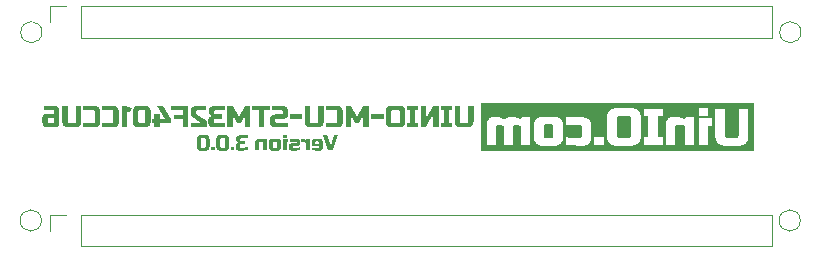
<source format=gbo>
%TF.GenerationSoftware,KiCad,Pcbnew,7.0.10*%
%TF.CreationDate,2024-02-07T00:24:15+08:00*%
%TF.ProjectId,UINIO-MCU-STM32F401CCU6,55494e49-4f2d-44d4-9355-2d53544d3332,Version 3.0.0*%
%TF.SameCoordinates,PX72c1710PY5584170*%
%TF.FileFunction,Legend,Bot*%
%TF.FilePolarity,Positive*%
%FSLAX46Y46*%
G04 Gerber Fmt 4.6, Leading zero omitted, Abs format (unit mm)*
G04 Created by KiCad (PCBNEW 7.0.10) date 2024-02-07 00:24:15*
%MOMM*%
%LPD*%
G01*
G04 APERTURE LIST*
%ADD10C,0.187500*%
%ADD11C,0.300000*%
%ADD12C,0.100000*%
%ADD13C,0.120000*%
%ADD14R,1.700000X1.700000*%
%ADD15O,1.700000X1.700000*%
%ADD16C,1.200000*%
%ADD17C,0.650000*%
%ADD18O,2.100000X1.000000*%
%ADD19O,1.900000X1.000000*%
G04 APERTURE END LIST*
D10*
G36*
X24412794Y-11814806D02*
G01*
X24101946Y-10918776D01*
X23745376Y-10918776D01*
X24229905Y-12199000D01*
X24595683Y-12199000D01*
X25080529Y-10918776D01*
X24723642Y-10918776D01*
X24412794Y-11814806D01*
G37*
G36*
X23476208Y-11211830D02*
G01*
X23492658Y-11212741D01*
X23508644Y-11214261D01*
X23524167Y-11216388D01*
X23539225Y-11219122D01*
X23553820Y-11222465D01*
X23567950Y-11226415D01*
X23581617Y-11230974D01*
X23594820Y-11236139D01*
X23607559Y-11241913D01*
X23619834Y-11248294D01*
X23631646Y-11255283D01*
X23642993Y-11262880D01*
X23653877Y-11271085D01*
X23664297Y-11279897D01*
X23674252Y-11289317D01*
X23683672Y-11299234D01*
X23692485Y-11309618D01*
X23700689Y-11320468D01*
X23708286Y-11331785D01*
X23715275Y-11343568D01*
X23721656Y-11355817D01*
X23727430Y-11368532D01*
X23732596Y-11381714D01*
X23737154Y-11395362D01*
X23741104Y-11409477D01*
X23744447Y-11424058D01*
X23747182Y-11439105D01*
X23749309Y-11454619D01*
X23750828Y-11470599D01*
X23751740Y-11487045D01*
X23752044Y-11503958D01*
X23752044Y-11943082D01*
X23751751Y-11958409D01*
X23750873Y-11973355D01*
X23749409Y-11987919D01*
X23747360Y-12002100D01*
X23744726Y-12015900D01*
X23741506Y-12029317D01*
X23737701Y-12042353D01*
X23733310Y-12055006D01*
X23728334Y-12067278D01*
X23722773Y-12079167D01*
X23716626Y-12090675D01*
X23709894Y-12101800D01*
X23702576Y-12112543D01*
X23694673Y-12122905D01*
X23686184Y-12132884D01*
X23677110Y-12142482D01*
X23667513Y-12151556D01*
X23657533Y-12160044D01*
X23647172Y-12167947D01*
X23636428Y-12175265D01*
X23625303Y-12181998D01*
X23613795Y-12188144D01*
X23601906Y-12193706D01*
X23589634Y-12198682D01*
X23576981Y-12203073D01*
X23563945Y-12206878D01*
X23550528Y-12210098D01*
X23536728Y-12212732D01*
X23522547Y-12214781D01*
X23507983Y-12216245D01*
X23493038Y-12217123D01*
X23477710Y-12217415D01*
X23459687Y-12217379D01*
X23441536Y-12217272D01*
X23423257Y-12217092D01*
X23404850Y-12216840D01*
X23386316Y-12216516D01*
X23367654Y-12216121D01*
X23348864Y-12215653D01*
X23329946Y-12215113D01*
X23310901Y-12214502D01*
X23291728Y-12213819D01*
X23272427Y-12213063D01*
X23252998Y-12212236D01*
X23233442Y-12211337D01*
X23213758Y-12210366D01*
X23193946Y-12209322D01*
X23174006Y-12208207D01*
X23153939Y-12207020D01*
X23133744Y-12205762D01*
X23113421Y-12204431D01*
X23092970Y-12203028D01*
X23072392Y-12201553D01*
X23051686Y-12200007D01*
X23030852Y-12198388D01*
X23009890Y-12196698D01*
X22988801Y-12194935D01*
X22967584Y-12193101D01*
X22946239Y-12191194D01*
X22924766Y-12189216D01*
X22903166Y-12187166D01*
X22881438Y-12185044D01*
X22859582Y-12182850D01*
X22837598Y-12180584D01*
X22837598Y-11951972D01*
X22859263Y-11953672D01*
X22880600Y-11955317D01*
X22901607Y-11956909D01*
X22922286Y-11958447D01*
X22942636Y-11959930D01*
X22962658Y-11961360D01*
X22982350Y-11962736D01*
X23001714Y-11964058D01*
X23020750Y-11965326D01*
X23039457Y-11966540D01*
X23057835Y-11967700D01*
X23075884Y-11968806D01*
X23093605Y-11969858D01*
X23110997Y-11970856D01*
X23128060Y-11971800D01*
X23144795Y-11972690D01*
X23161201Y-11973526D01*
X23177278Y-11974309D01*
X23193027Y-11975037D01*
X23208447Y-11975712D01*
X23223538Y-11976332D01*
X23238301Y-11976899D01*
X23252735Y-11977411D01*
X23266840Y-11977870D01*
X23280617Y-11978274D01*
X23294065Y-11978625D01*
X23307184Y-11978922D01*
X23319974Y-11979165D01*
X23344569Y-11979488D01*
X23367850Y-11979596D01*
X23376166Y-11979154D01*
X23390041Y-11976132D01*
X23402510Y-11970246D01*
X23413572Y-11961498D01*
X23419831Y-11954268D01*
X23426790Y-11942210D01*
X23430837Y-11928694D01*
X23431988Y-11915458D01*
X23431988Y-11842429D01*
X22800767Y-11842429D01*
X22800767Y-11613818D01*
X23120823Y-11613818D01*
X23431988Y-11613818D01*
X23431988Y-11513166D01*
X23431916Y-11508673D01*
X23430197Y-11492127D01*
X23426186Y-11477864D01*
X23419883Y-11465882D01*
X23411288Y-11456183D01*
X23400400Y-11448766D01*
X23387221Y-11443632D01*
X23371750Y-11440779D01*
X23358642Y-11440137D01*
X23194169Y-11440137D01*
X23189656Y-11440208D01*
X23173039Y-11441920D01*
X23158713Y-11445914D01*
X23146680Y-11452190D01*
X23136939Y-11460748D01*
X23129489Y-11471588D01*
X23124332Y-11484710D01*
X23121467Y-11500115D01*
X23120823Y-11513166D01*
X23120823Y-11613818D01*
X22800767Y-11613818D01*
X22800767Y-11503958D01*
X22801071Y-11487045D01*
X22801982Y-11470599D01*
X22803502Y-11454619D01*
X22805629Y-11439105D01*
X22808363Y-11424058D01*
X22811706Y-11409477D01*
X22815656Y-11395362D01*
X22820215Y-11381714D01*
X22825380Y-11368532D01*
X22831154Y-11355817D01*
X22837535Y-11343568D01*
X22844524Y-11331785D01*
X22852121Y-11320468D01*
X22860326Y-11309618D01*
X22869138Y-11299234D01*
X22878558Y-11289317D01*
X22888514Y-11279897D01*
X22898934Y-11271085D01*
X22909817Y-11262880D01*
X22921165Y-11255283D01*
X22932976Y-11248294D01*
X22945251Y-11241913D01*
X22957990Y-11236139D01*
X22971193Y-11230974D01*
X22984860Y-11226415D01*
X22998991Y-11222465D01*
X23013585Y-11219122D01*
X23028644Y-11216388D01*
X23044166Y-11214261D01*
X23060152Y-11212741D01*
X23076602Y-11211830D01*
X23093516Y-11211526D01*
X23459294Y-11211526D01*
X23476208Y-11211830D01*
G37*
G36*
X22084769Y-11494750D02*
G01*
X22099205Y-11494964D01*
X22113697Y-11495608D01*
X22128247Y-11496681D01*
X22142854Y-11498183D01*
X22157518Y-11500114D01*
X22172239Y-11502474D01*
X22187018Y-11505264D01*
X22201853Y-11508482D01*
X22216745Y-11512130D01*
X22231694Y-11516207D01*
X22246701Y-11520713D01*
X22261764Y-11525648D01*
X22276884Y-11531012D01*
X22292062Y-11536806D01*
X22307296Y-11543028D01*
X22322588Y-11549680D01*
X22322588Y-12199000D01*
X22642644Y-12199000D01*
X22642644Y-11229624D01*
X22359102Y-11229624D01*
X22341004Y-11348692D01*
X22331147Y-11340253D01*
X22321262Y-11332082D01*
X22301409Y-11316544D01*
X22281444Y-11302077D01*
X22261367Y-11288682D01*
X22241179Y-11276358D01*
X22220879Y-11265106D01*
X22200467Y-11254926D01*
X22179944Y-11245817D01*
X22159309Y-11237780D01*
X22138563Y-11230815D01*
X22117705Y-11224921D01*
X22096735Y-11220099D01*
X22075654Y-11216348D01*
X22054461Y-11213669D01*
X22033156Y-11212061D01*
X22011740Y-11211526D01*
X21929504Y-11211526D01*
X21929504Y-11494750D01*
X22084769Y-11494750D01*
G37*
G36*
X21842187Y-11943082D02*
G01*
X21819142Y-11944762D01*
X21796404Y-11946388D01*
X21773973Y-11947962D01*
X21751849Y-11949482D01*
X21730031Y-11950948D01*
X21708521Y-11952362D01*
X21687318Y-11953722D01*
X21666422Y-11955028D01*
X21645833Y-11956282D01*
X21625551Y-11957482D01*
X21605575Y-11958628D01*
X21585907Y-11959722D01*
X21566546Y-11960762D01*
X21547491Y-11961748D01*
X21528744Y-11962682D01*
X21510303Y-11963562D01*
X21492170Y-11964388D01*
X21474344Y-11965162D01*
X21456824Y-11965882D01*
X21439612Y-11966548D01*
X21422706Y-11967162D01*
X21406107Y-11967722D01*
X21389816Y-11968228D01*
X21373831Y-11968682D01*
X21358154Y-11969082D01*
X21342783Y-11969428D01*
X21327719Y-11969722D01*
X21312963Y-11969962D01*
X21298513Y-11970148D01*
X21284370Y-11970282D01*
X21270534Y-11970362D01*
X21257005Y-11970388D01*
X21243908Y-11969257D01*
X21230501Y-11965280D01*
X21218502Y-11958440D01*
X21211283Y-11952290D01*
X21202381Y-11941202D01*
X21196392Y-11928658D01*
X21193515Y-11916285D01*
X21192867Y-11906250D01*
X21192867Y-11842429D01*
X21586269Y-11842429D01*
X21601597Y-11842137D01*
X21616542Y-11841259D01*
X21631106Y-11839795D01*
X21645287Y-11837746D01*
X21659087Y-11835112D01*
X21672504Y-11831892D01*
X21685540Y-11828087D01*
X21698193Y-11823696D01*
X21710465Y-11818720D01*
X21722354Y-11813158D01*
X21733862Y-11807011D01*
X21744987Y-11800279D01*
X21755731Y-11792961D01*
X21766092Y-11785058D01*
X21776072Y-11776570D01*
X21785669Y-11767496D01*
X21794743Y-11757898D01*
X21803232Y-11747919D01*
X21811135Y-11737557D01*
X21818452Y-11726814D01*
X21825185Y-11715689D01*
X21831332Y-11704181D01*
X21836893Y-11692292D01*
X21841869Y-11680020D01*
X21846260Y-11667367D01*
X21850065Y-11654331D01*
X21853285Y-11640914D01*
X21855919Y-11627114D01*
X21857968Y-11612932D01*
X21859432Y-11598369D01*
X21860310Y-11583423D01*
X21860603Y-11568096D01*
X21860603Y-11503958D01*
X21860310Y-11488631D01*
X21859432Y-11473689D01*
X21857968Y-11459132D01*
X21855919Y-11444959D01*
X21853285Y-11431171D01*
X21850065Y-11417767D01*
X21846260Y-11404748D01*
X21841869Y-11392113D01*
X21836893Y-11379862D01*
X21831332Y-11367996D01*
X21825185Y-11356515D01*
X21818452Y-11345418D01*
X21811135Y-11334706D01*
X21803232Y-11324378D01*
X21794743Y-11314434D01*
X21785669Y-11304875D01*
X21776072Y-11295763D01*
X21766092Y-11287238D01*
X21755731Y-11279302D01*
X21744987Y-11271953D01*
X21733862Y-11265192D01*
X21722354Y-11259019D01*
X21710465Y-11253434D01*
X21698193Y-11248437D01*
X21685540Y-11244028D01*
X21672504Y-11240206D01*
X21659087Y-11236973D01*
X21645287Y-11234327D01*
X21631106Y-11232270D01*
X21616542Y-11230800D01*
X21601597Y-11229918D01*
X21586269Y-11229624D01*
X20964256Y-11229624D01*
X20964256Y-11467443D01*
X21476409Y-11467443D01*
X21489645Y-11468594D01*
X21503160Y-11472641D01*
X21515219Y-11479601D01*
X21522448Y-11485859D01*
X21531197Y-11496793D01*
X21537083Y-11509234D01*
X21540105Y-11523182D01*
X21540547Y-11531581D01*
X21539416Y-11544679D01*
X21535439Y-11558085D01*
X21528599Y-11570085D01*
X21522448Y-11577304D01*
X21511361Y-11586052D01*
X21498817Y-11591938D01*
X21484816Y-11594960D01*
X21476409Y-11595402D01*
X21147145Y-11595402D01*
X21131819Y-11595696D01*
X21116877Y-11596578D01*
X21102319Y-11598048D01*
X21088147Y-11600105D01*
X21074358Y-11602751D01*
X21060954Y-11605984D01*
X21047935Y-11609806D01*
X21035300Y-11614215D01*
X21023050Y-11619212D01*
X21011184Y-11624797D01*
X20999702Y-11630970D01*
X20988605Y-11637731D01*
X20977893Y-11645080D01*
X20967565Y-11653016D01*
X20957622Y-11661541D01*
X20948063Y-11670653D01*
X20938950Y-11680212D01*
X20930426Y-11690156D01*
X20922489Y-11700484D01*
X20915140Y-11711196D01*
X20908379Y-11722293D01*
X20902206Y-11733775D01*
X20896621Y-11745640D01*
X20891624Y-11757891D01*
X20887215Y-11770526D01*
X20883394Y-11783545D01*
X20880160Y-11796949D01*
X20877515Y-11810737D01*
X20875457Y-11824910D01*
X20873987Y-11839468D01*
X20873105Y-11854409D01*
X20872811Y-11869736D01*
X20872811Y-11943082D01*
X20873105Y-11958409D01*
X20873987Y-11973355D01*
X20875457Y-11987919D01*
X20877515Y-12002100D01*
X20880160Y-12015900D01*
X20883394Y-12029317D01*
X20887215Y-12042353D01*
X20891624Y-12055006D01*
X20896621Y-12067278D01*
X20902206Y-12079167D01*
X20908379Y-12090675D01*
X20915140Y-12101800D01*
X20922489Y-12112543D01*
X20930426Y-12122905D01*
X20938950Y-12132884D01*
X20948063Y-12142482D01*
X20957622Y-12151556D01*
X20967565Y-12160044D01*
X20977893Y-12167947D01*
X20988605Y-12175265D01*
X20999702Y-12181998D01*
X21011184Y-12188144D01*
X21023050Y-12193706D01*
X21035300Y-12198682D01*
X21047935Y-12203073D01*
X21060954Y-12206878D01*
X21074358Y-12210098D01*
X21088147Y-12212732D01*
X21102319Y-12214781D01*
X21116877Y-12216245D01*
X21131819Y-12217123D01*
X21147145Y-12217415D01*
X21167433Y-12217379D01*
X21187813Y-12217272D01*
X21208286Y-12217092D01*
X21228851Y-12216840D01*
X21249508Y-12216516D01*
X21270258Y-12216121D01*
X21291100Y-12215653D01*
X21312035Y-12215113D01*
X21333062Y-12214502D01*
X21354181Y-12213819D01*
X21375393Y-12213063D01*
X21396697Y-12212236D01*
X21418094Y-12211337D01*
X21439583Y-12210366D01*
X21461165Y-12209322D01*
X21482838Y-12208207D01*
X21504605Y-12207020D01*
X21526463Y-12205762D01*
X21548414Y-12204431D01*
X21570458Y-12203028D01*
X21592594Y-12201553D01*
X21614822Y-12200007D01*
X21637143Y-12198388D01*
X21659556Y-12196698D01*
X21682061Y-12194935D01*
X21704659Y-12193101D01*
X21727349Y-12191194D01*
X21750132Y-12189216D01*
X21773007Y-12187166D01*
X21795975Y-12185044D01*
X21819034Y-12182850D01*
X21842187Y-12180584D01*
X21842187Y-11943082D01*
G37*
G36*
X20365739Y-11266138D02*
G01*
X20365739Y-12199000D01*
X20685795Y-12199000D01*
X20685795Y-11513166D01*
X20822961Y-11513166D01*
X20822961Y-11266138D01*
X20365739Y-11266138D01*
G37*
G36*
X20685795Y-10900360D02*
G01*
X20365739Y-10900360D01*
X20365739Y-11156595D01*
X20685795Y-11156595D01*
X20685795Y-10900360D01*
G37*
G36*
X19928923Y-11211830D02*
G01*
X19945373Y-11212741D01*
X19961359Y-11214261D01*
X19976881Y-11216388D01*
X19991940Y-11219122D01*
X20006534Y-11222465D01*
X20020665Y-11226415D01*
X20034332Y-11230974D01*
X20047535Y-11236139D01*
X20060274Y-11241913D01*
X20072549Y-11248294D01*
X20084360Y-11255283D01*
X20095708Y-11262880D01*
X20106591Y-11271085D01*
X20117011Y-11279897D01*
X20126967Y-11289317D01*
X20136387Y-11299234D01*
X20145199Y-11309618D01*
X20153404Y-11320468D01*
X20161001Y-11331785D01*
X20167990Y-11343568D01*
X20174371Y-11355817D01*
X20180145Y-11368532D01*
X20185310Y-11381714D01*
X20189869Y-11395362D01*
X20193819Y-11409477D01*
X20197161Y-11424058D01*
X20199896Y-11439105D01*
X20202023Y-11454619D01*
X20203543Y-11470599D01*
X20204454Y-11487045D01*
X20204758Y-11503958D01*
X20204758Y-11924666D01*
X20204454Y-11941580D01*
X20203543Y-11958030D01*
X20202023Y-11974016D01*
X20199896Y-11989538D01*
X20197161Y-12004597D01*
X20193819Y-12019191D01*
X20189869Y-12033322D01*
X20185310Y-12046989D01*
X20180145Y-12060192D01*
X20174371Y-12072931D01*
X20167990Y-12085206D01*
X20161001Y-12097017D01*
X20153404Y-12108365D01*
X20145199Y-12119248D01*
X20136387Y-12129668D01*
X20126967Y-12139624D01*
X20117011Y-12149044D01*
X20106591Y-12157856D01*
X20095708Y-12166061D01*
X20084360Y-12173658D01*
X20072549Y-12180647D01*
X20060274Y-12187028D01*
X20047535Y-12192802D01*
X20034332Y-12197968D01*
X20020665Y-12202526D01*
X20006534Y-12206476D01*
X19991940Y-12209819D01*
X19976881Y-12212553D01*
X19961359Y-12214681D01*
X19945373Y-12216200D01*
X19928923Y-12217112D01*
X19912009Y-12217415D01*
X19491301Y-12217415D01*
X19474388Y-12217112D01*
X19457942Y-12216200D01*
X19441962Y-12214681D01*
X19426448Y-12212553D01*
X19411401Y-12209819D01*
X19396820Y-12206476D01*
X19382705Y-12202526D01*
X19369057Y-12197968D01*
X19355875Y-12192802D01*
X19343160Y-12187028D01*
X19330910Y-12180647D01*
X19319128Y-12173658D01*
X19307811Y-12166061D01*
X19296961Y-12157856D01*
X19286577Y-12149044D01*
X19276660Y-12139624D01*
X19267240Y-12129668D01*
X19258428Y-12119248D01*
X19250223Y-12108365D01*
X19242626Y-12097017D01*
X19235637Y-12085206D01*
X19229256Y-12072931D01*
X19223482Y-12060192D01*
X19218316Y-12046989D01*
X19213758Y-12033322D01*
X19209808Y-12019191D01*
X19206465Y-12004597D01*
X19203731Y-11989538D01*
X19201603Y-11974016D01*
X19200084Y-11958030D01*
X19199172Y-11941580D01*
X19198869Y-11924666D01*
X19198869Y-11897360D01*
X19518924Y-11897360D01*
X19518996Y-11901853D01*
X19520707Y-11918398D01*
X19524701Y-11932662D01*
X19530977Y-11944643D01*
X19539535Y-11954342D01*
X19550375Y-11961759D01*
X19563498Y-11966894D01*
X19578902Y-11969746D01*
X19591953Y-11970388D01*
X19811356Y-11970388D01*
X19815869Y-11970317D01*
X19832486Y-11968605D01*
X19846812Y-11964612D01*
X19858845Y-11958336D01*
X19868586Y-11949778D01*
X19876036Y-11938937D01*
X19881193Y-11925815D01*
X19884058Y-11910411D01*
X19884702Y-11897360D01*
X19884702Y-11531581D01*
X19884631Y-11527069D01*
X19882912Y-11510452D01*
X19878901Y-11496126D01*
X19872597Y-11484093D01*
X19864002Y-11474351D01*
X19853115Y-11466902D01*
X19839936Y-11461745D01*
X19824464Y-11458880D01*
X19811356Y-11458235D01*
X19591953Y-11458235D01*
X19587460Y-11458307D01*
X19570914Y-11460026D01*
X19556651Y-11464037D01*
X19544670Y-11470340D01*
X19534971Y-11478936D01*
X19527554Y-11489823D01*
X19522419Y-11503002D01*
X19519566Y-11518474D01*
X19518924Y-11531581D01*
X19518924Y-11897360D01*
X19198869Y-11897360D01*
X19198869Y-11503958D01*
X19199172Y-11487045D01*
X19200084Y-11470599D01*
X19201603Y-11454619D01*
X19203731Y-11439105D01*
X19206465Y-11424058D01*
X19209808Y-11409477D01*
X19213758Y-11395362D01*
X19218316Y-11381714D01*
X19223482Y-11368532D01*
X19229256Y-11355817D01*
X19235637Y-11343568D01*
X19242626Y-11331785D01*
X19250223Y-11320468D01*
X19258428Y-11309618D01*
X19267240Y-11299234D01*
X19276660Y-11289317D01*
X19286577Y-11279897D01*
X19296961Y-11271085D01*
X19307811Y-11262880D01*
X19319128Y-11255283D01*
X19330910Y-11248294D01*
X19343160Y-11241913D01*
X19355875Y-11236139D01*
X19369057Y-11230974D01*
X19382705Y-11226415D01*
X19396820Y-11222465D01*
X19411401Y-11219122D01*
X19426448Y-11216388D01*
X19441962Y-11214261D01*
X19457942Y-11212741D01*
X19474388Y-11211830D01*
X19491301Y-11211526D01*
X19912009Y-11211526D01*
X19928923Y-11211830D01*
G37*
G36*
X18501287Y-11476651D02*
G01*
X18519671Y-11476972D01*
X18538507Y-11477935D01*
X18551315Y-11478933D01*
X18564325Y-11480217D01*
X18577535Y-11481786D01*
X18590946Y-11483640D01*
X18604559Y-11485780D01*
X18618372Y-11488205D01*
X18632386Y-11490915D01*
X18646601Y-11493910D01*
X18661017Y-11497191D01*
X18675634Y-11500756D01*
X18690452Y-11504608D01*
X18705470Y-11508744D01*
X18720690Y-11513166D01*
X18720690Y-12199000D01*
X19040746Y-12199000D01*
X19040746Y-11229624D01*
X18757204Y-11229624D01*
X18739106Y-11321069D01*
X18728333Y-11314122D01*
X18717525Y-11307410D01*
X18701248Y-11297785D01*
X18684892Y-11288691D01*
X18668459Y-11280126D01*
X18651948Y-11272092D01*
X18635358Y-11264588D01*
X18618690Y-11257614D01*
X18601945Y-11251170D01*
X18585121Y-11245257D01*
X18568219Y-11239874D01*
X18562567Y-11238197D01*
X18545848Y-11233431D01*
X18529626Y-11229133D01*
X18513901Y-11225304D01*
X18498672Y-11221944D01*
X18483940Y-11219053D01*
X18469705Y-11216631D01*
X18455966Y-11214677D01*
X18442725Y-11213193D01*
X18429980Y-11212177D01*
X18413759Y-11211552D01*
X18409842Y-11211526D01*
X18327605Y-11211526D01*
X18312241Y-11211818D01*
X18297263Y-11212697D01*
X18282672Y-11214160D01*
X18268468Y-11216209D01*
X18254651Y-11218843D01*
X18241221Y-11222063D01*
X18228178Y-11225868D01*
X18215522Y-11230259D01*
X18203253Y-11235235D01*
X18191371Y-11240797D01*
X18179876Y-11246944D01*
X18168768Y-11253676D01*
X18158047Y-11260994D01*
X18147713Y-11268897D01*
X18137766Y-11277385D01*
X18128206Y-11286459D01*
X18119132Y-11296020D01*
X18110643Y-11305967D01*
X18102740Y-11316301D01*
X18095422Y-11327022D01*
X18088690Y-11338130D01*
X18082543Y-11349625D01*
X18076981Y-11361507D01*
X18072005Y-11373776D01*
X18067615Y-11386432D01*
X18063809Y-11399475D01*
X18060590Y-11412905D01*
X18057955Y-11426722D01*
X18055906Y-11440926D01*
X18054443Y-11455517D01*
X18053565Y-11470494D01*
X18053272Y-11485859D01*
X18053272Y-12199000D01*
X18373328Y-12199000D01*
X18373328Y-11540472D01*
X18374479Y-11527394D01*
X18378525Y-11514058D01*
X18385485Y-11502178D01*
X18391744Y-11495067D01*
X18402652Y-11486165D01*
X18415018Y-11480176D01*
X18428840Y-11477101D01*
X18437148Y-11476651D01*
X18501287Y-11476651D01*
G37*
G36*
X16727326Y-12217415D02*
G01*
X16746481Y-12217379D01*
X16765764Y-12217272D01*
X16785176Y-12217092D01*
X16804716Y-12216840D01*
X16824384Y-12216516D01*
X16844181Y-12216121D01*
X16864106Y-12215653D01*
X16884159Y-12215113D01*
X16904341Y-12214502D01*
X16924651Y-12213819D01*
X16945090Y-12213063D01*
X16965657Y-12212236D01*
X16986352Y-12211337D01*
X17007176Y-12210366D01*
X17028128Y-12209322D01*
X17049208Y-12208207D01*
X17070417Y-12207020D01*
X17091754Y-12205762D01*
X17113219Y-12204431D01*
X17134813Y-12203028D01*
X17156535Y-12201553D01*
X17178386Y-12200007D01*
X17200365Y-12198388D01*
X17222472Y-12196698D01*
X17244708Y-12194935D01*
X17267072Y-12193101D01*
X17289564Y-12191194D01*
X17312185Y-12189216D01*
X17334934Y-12187166D01*
X17357812Y-12185044D01*
X17380818Y-12182850D01*
X17403952Y-12180584D01*
X17403952Y-11933874D01*
X17378890Y-11935554D01*
X17354228Y-11937181D01*
X17329965Y-11938754D01*
X17306103Y-11940274D01*
X17282641Y-11941740D01*
X17259578Y-11943154D01*
X17236916Y-11944514D01*
X17214653Y-11945820D01*
X17192791Y-11947074D01*
X17171329Y-11948274D01*
X17150266Y-11949420D01*
X17129604Y-11950514D01*
X17109341Y-11951554D01*
X17089479Y-11952540D01*
X17070017Y-11953474D01*
X17050954Y-11954354D01*
X17032292Y-11955180D01*
X17014029Y-11955954D01*
X16996167Y-11956674D01*
X16978705Y-11957340D01*
X16961642Y-11957954D01*
X16944980Y-11958514D01*
X16928717Y-11959020D01*
X16912855Y-11959474D01*
X16897392Y-11959874D01*
X16882330Y-11960220D01*
X16867667Y-11960514D01*
X16853405Y-11960754D01*
X16839542Y-11960940D01*
X16826080Y-11961074D01*
X16813017Y-11961154D01*
X16800355Y-11961180D01*
X16785241Y-11960321D01*
X16771332Y-11957742D01*
X16758629Y-11953445D01*
X16747131Y-11947428D01*
X16736839Y-11939692D01*
X16733677Y-11936732D01*
X16725260Y-11926830D01*
X16718585Y-11915701D01*
X16713651Y-11903344D01*
X16710458Y-11889759D01*
X16709007Y-11874946D01*
X16708910Y-11869736D01*
X16708910Y-11796707D01*
X16709340Y-11783404D01*
X16711593Y-11765058D01*
X16715777Y-11748643D01*
X16721892Y-11734160D01*
X16729938Y-11721607D01*
X16739916Y-11710986D01*
X16751825Y-11702296D01*
X16765665Y-11695537D01*
X16781435Y-11690709D01*
X16799138Y-11687812D01*
X16812012Y-11686954D01*
X16818771Y-11686847D01*
X17202647Y-11686847D01*
X17202647Y-11430929D01*
X16855285Y-11430929D01*
X16841982Y-11430500D01*
X16823636Y-11428247D01*
X16807221Y-11424063D01*
X16792738Y-11417947D01*
X16780185Y-11409901D01*
X16769564Y-11399923D01*
X16760874Y-11388015D01*
X16754115Y-11374175D01*
X16749287Y-11358404D01*
X16746390Y-11340702D01*
X16745532Y-11327828D01*
X16745425Y-11321069D01*
X16745425Y-11284554D01*
X16745854Y-11271251D01*
X16748107Y-11252905D01*
X16752291Y-11236490D01*
X16758406Y-11222007D01*
X16766453Y-11209454D01*
X16776430Y-11198833D01*
X16788339Y-11190143D01*
X16802179Y-11183384D01*
X16817950Y-11178556D01*
X16835652Y-11175659D01*
X16848526Y-11174801D01*
X16855285Y-11174694D01*
X17385536Y-11174694D01*
X17385536Y-10918776D01*
X16763841Y-10918776D01*
X16741788Y-10919095D01*
X16720480Y-10920051D01*
X16699916Y-10921645D01*
X16680096Y-10923876D01*
X16661020Y-10926745D01*
X16642689Y-10930251D01*
X16625101Y-10934395D01*
X16608258Y-10939177D01*
X16592159Y-10944595D01*
X16576804Y-10950652D01*
X16562193Y-10957346D01*
X16548327Y-10964677D01*
X16535205Y-10972646D01*
X16522826Y-10981252D01*
X16511192Y-10990496D01*
X16500303Y-11000378D01*
X16490114Y-11010871D01*
X16480582Y-11022028D01*
X16471708Y-11033851D01*
X16463491Y-11046338D01*
X16455931Y-11059490D01*
X16449029Y-11073307D01*
X16442784Y-11087789D01*
X16437196Y-11102935D01*
X16432266Y-11118747D01*
X16427993Y-11135223D01*
X16424378Y-11152364D01*
X16421420Y-11170169D01*
X16419119Y-11188640D01*
X16417476Y-11207775D01*
X16416490Y-11227575D01*
X16416161Y-11248040D01*
X16416358Y-11261573D01*
X16416950Y-11274786D01*
X16417936Y-11287679D01*
X16420154Y-11306418D01*
X16423260Y-11324437D01*
X16427254Y-11341737D01*
X16432135Y-11358316D01*
X16437903Y-11374175D01*
X16444559Y-11389315D01*
X16452102Y-11403734D01*
X16460533Y-11417433D01*
X16466646Y-11426166D01*
X16476334Y-11438666D01*
X16486586Y-11450445D01*
X16497402Y-11461504D01*
X16508781Y-11471844D01*
X16520724Y-11481463D01*
X16533231Y-11490363D01*
X16546302Y-11498542D01*
X16559936Y-11506002D01*
X16574134Y-11512741D01*
X16588896Y-11518761D01*
X16599050Y-11522374D01*
X16580926Y-11527871D01*
X16563543Y-11534280D01*
X16546902Y-11541603D01*
X16531002Y-11549839D01*
X16515845Y-11558987D01*
X16501429Y-11569048D01*
X16487755Y-11580022D01*
X16474822Y-11591909D01*
X16462631Y-11604709D01*
X16451182Y-11618422D01*
X16440474Y-11633048D01*
X16430509Y-11648586D01*
X16421285Y-11665037D01*
X16412802Y-11682401D01*
X16405062Y-11700678D01*
X16398063Y-11719868D01*
X16393746Y-11734290D01*
X16390006Y-11749298D01*
X16386840Y-11764891D01*
X16384251Y-11781069D01*
X16382236Y-11797833D01*
X16381103Y-11810790D01*
X16380294Y-11824077D01*
X16379809Y-11837692D01*
X16379647Y-11851637D01*
X16379647Y-11869736D01*
X16379975Y-11891788D01*
X16380961Y-11913096D01*
X16382605Y-11933661D01*
X16384906Y-11953480D01*
X16387864Y-11972556D01*
X16391479Y-11990888D01*
X16395752Y-12008475D01*
X16400682Y-12025318D01*
X16406270Y-12041417D01*
X16412514Y-12056772D01*
X16419417Y-12071383D01*
X16426976Y-12085250D01*
X16435193Y-12098372D01*
X16444068Y-12110750D01*
X16453599Y-12122384D01*
X16463788Y-12133274D01*
X16474678Y-12143463D01*
X16486312Y-12152994D01*
X16498690Y-12161869D01*
X16511813Y-12170086D01*
X16525679Y-12177645D01*
X16540290Y-12184548D01*
X16555645Y-12190792D01*
X16571744Y-12196380D01*
X16588587Y-12201310D01*
X16606174Y-12205583D01*
X16624506Y-12209198D01*
X16643582Y-12212157D01*
X16663401Y-12214457D01*
X16683966Y-12216101D01*
X16705274Y-12217087D01*
X16727326Y-12217415D01*
G37*
G36*
X16275501Y-11924666D02*
G01*
X15946238Y-11924666D01*
X15946238Y-12199000D01*
X16275501Y-12199000D01*
X16275501Y-11924666D01*
G37*
G36*
X15478287Y-10900700D02*
G01*
X15501031Y-10901720D01*
X15522957Y-10903419D01*
X15544064Y-10905798D01*
X15564353Y-10908856D01*
X15583823Y-10912595D01*
X15602475Y-10917012D01*
X15620308Y-10922110D01*
X15637322Y-10927887D01*
X15653518Y-10934344D01*
X15668895Y-10941481D01*
X15683454Y-10949297D01*
X15697194Y-10957793D01*
X15710115Y-10966969D01*
X15722218Y-10976825D01*
X15733502Y-10987360D01*
X15744037Y-10998644D01*
X15753893Y-11010747D01*
X15763068Y-11023668D01*
X15771564Y-11037408D01*
X15779381Y-11051967D01*
X15786517Y-11067344D01*
X15792974Y-11083540D01*
X15798752Y-11100554D01*
X15803849Y-11118387D01*
X15808267Y-11137038D01*
X15812005Y-11156509D01*
X15815064Y-11176797D01*
X15817443Y-11197905D01*
X15819142Y-11219831D01*
X15820162Y-11242575D01*
X15820501Y-11266138D01*
X15820501Y-11851637D01*
X15820162Y-11875200D01*
X15819142Y-11897945D01*
X15817443Y-11919871D01*
X15815064Y-11940978D01*
X15812005Y-11961267D01*
X15808267Y-11980737D01*
X15803849Y-11999389D01*
X15798752Y-12017222D01*
X15792974Y-12034236D01*
X15786517Y-12050432D01*
X15779381Y-12065809D01*
X15771564Y-12080368D01*
X15763068Y-12094108D01*
X15753893Y-12107029D01*
X15744037Y-12119132D01*
X15733502Y-12130416D01*
X15722218Y-12140951D01*
X15710115Y-12150807D01*
X15697194Y-12159982D01*
X15683454Y-12168478D01*
X15668895Y-12176295D01*
X15653518Y-12183431D01*
X15637322Y-12189888D01*
X15620308Y-12195666D01*
X15602475Y-12200763D01*
X15583823Y-12205181D01*
X15564353Y-12208919D01*
X15544064Y-12211978D01*
X15522957Y-12214357D01*
X15501031Y-12216056D01*
X15478287Y-12217076D01*
X15454723Y-12217415D01*
X15107044Y-12217415D01*
X15083443Y-12217076D01*
X15060667Y-12216056D01*
X15038713Y-12214357D01*
X15017584Y-12211978D01*
X14997278Y-12208919D01*
X14977795Y-12205181D01*
X14959136Y-12200763D01*
X14941301Y-12195666D01*
X14924289Y-12189888D01*
X14908100Y-12183431D01*
X14892736Y-12176295D01*
X14878194Y-12168478D01*
X14864477Y-12159982D01*
X14851582Y-12150807D01*
X14839512Y-12140951D01*
X14828265Y-12130416D01*
X14817730Y-12119132D01*
X14807874Y-12107029D01*
X14798699Y-12094108D01*
X14790203Y-12080368D01*
X14782386Y-12065809D01*
X14775250Y-12050432D01*
X14768793Y-12034236D01*
X14763015Y-12017222D01*
X14757918Y-11999389D01*
X14753500Y-11980737D01*
X14749762Y-11961267D01*
X14746703Y-11940978D01*
X14744324Y-11919871D01*
X14742625Y-11897945D01*
X14741605Y-11875200D01*
X14741266Y-11851637D01*
X15070529Y-11851637D01*
X15070637Y-11858377D01*
X15071495Y-11871214D01*
X15074392Y-11888865D01*
X15079220Y-11904590D01*
X15085979Y-11918390D01*
X15094669Y-11930264D01*
X15105290Y-11940213D01*
X15117842Y-11948236D01*
X15132326Y-11954334D01*
X15148741Y-11958506D01*
X15167086Y-11960752D01*
X15180390Y-11961180D01*
X15381377Y-11961180D01*
X15388136Y-11961073D01*
X15401011Y-11960217D01*
X15418713Y-11957329D01*
X15434484Y-11952515D01*
X15448323Y-11945776D01*
X15460232Y-11937111D01*
X15470210Y-11926520D01*
X15478256Y-11914004D01*
X15484371Y-11899562D01*
X15488556Y-11883195D01*
X15490809Y-11864902D01*
X15491238Y-11851637D01*
X15491238Y-11266138D01*
X15491130Y-11259399D01*
X15490272Y-11246562D01*
X15487375Y-11228911D01*
X15482548Y-11213185D01*
X15475789Y-11199386D01*
X15467098Y-11187511D01*
X15456477Y-11177563D01*
X15443925Y-11169539D01*
X15429441Y-11163442D01*
X15413027Y-11159270D01*
X15394681Y-11157023D01*
X15381377Y-11156595D01*
X15180390Y-11156595D01*
X15173631Y-11156702D01*
X15160757Y-11157558D01*
X15143054Y-11160447D01*
X15127283Y-11165260D01*
X15113444Y-11172000D01*
X15101535Y-11180665D01*
X15091557Y-11191256D01*
X15083511Y-11203772D01*
X15077396Y-11218213D01*
X15073212Y-11234581D01*
X15070959Y-11252873D01*
X15070529Y-11266138D01*
X15070529Y-11851637D01*
X14741266Y-11851637D01*
X14741266Y-11266138D01*
X14741605Y-11242575D01*
X14742625Y-11219831D01*
X14744324Y-11197905D01*
X14746703Y-11176797D01*
X14749762Y-11156509D01*
X14753500Y-11137038D01*
X14757918Y-11118387D01*
X14763015Y-11100554D01*
X14768793Y-11083540D01*
X14775250Y-11067344D01*
X14782386Y-11051967D01*
X14790203Y-11037408D01*
X14798699Y-11023668D01*
X14807874Y-11010747D01*
X14817730Y-10998644D01*
X14828265Y-10987360D01*
X14839512Y-10976825D01*
X14851582Y-10966969D01*
X14864477Y-10957793D01*
X14878194Y-10949297D01*
X14892736Y-10941481D01*
X14908100Y-10934344D01*
X14924289Y-10927887D01*
X14941301Y-10922110D01*
X14959136Y-10917012D01*
X14977795Y-10912595D01*
X14997278Y-10908856D01*
X15017584Y-10905798D01*
X15038713Y-10903419D01*
X15060667Y-10901720D01*
X15083443Y-10900700D01*
X15107044Y-10900360D01*
X15454723Y-10900360D01*
X15478287Y-10900700D01*
G37*
G36*
X14619340Y-11924666D02*
G01*
X14290076Y-11924666D01*
X14290076Y-12199000D01*
X14619340Y-12199000D01*
X14619340Y-11924666D01*
G37*
G36*
X13822125Y-10900700D02*
G01*
X13844869Y-10901720D01*
X13866795Y-10903419D01*
X13887902Y-10905798D01*
X13908191Y-10908856D01*
X13927661Y-10912595D01*
X13946313Y-10917012D01*
X13964146Y-10922110D01*
X13981160Y-10927887D01*
X13997356Y-10934344D01*
X14012733Y-10941481D01*
X14027292Y-10949297D01*
X14041032Y-10957793D01*
X14053953Y-10966969D01*
X14066056Y-10976825D01*
X14077340Y-10987360D01*
X14087875Y-10998644D01*
X14097731Y-11010747D01*
X14106906Y-11023668D01*
X14115402Y-11037408D01*
X14123219Y-11051967D01*
X14130355Y-11067344D01*
X14136812Y-11083540D01*
X14142590Y-11100554D01*
X14147687Y-11118387D01*
X14152105Y-11137038D01*
X14155844Y-11156509D01*
X14158902Y-11176797D01*
X14161281Y-11197905D01*
X14162980Y-11219831D01*
X14164000Y-11242575D01*
X14164340Y-11266138D01*
X14164340Y-11851637D01*
X14164000Y-11875200D01*
X14162980Y-11897945D01*
X14161281Y-11919871D01*
X14158902Y-11940978D01*
X14155844Y-11961267D01*
X14152105Y-11980737D01*
X14147687Y-11999389D01*
X14142590Y-12017222D01*
X14136812Y-12034236D01*
X14130355Y-12050432D01*
X14123219Y-12065809D01*
X14115402Y-12080368D01*
X14106906Y-12094108D01*
X14097731Y-12107029D01*
X14087875Y-12119132D01*
X14077340Y-12130416D01*
X14066056Y-12140951D01*
X14053953Y-12150807D01*
X14041032Y-12159982D01*
X14027292Y-12168478D01*
X14012733Y-12176295D01*
X13997356Y-12183431D01*
X13981160Y-12189888D01*
X13964146Y-12195666D01*
X13946313Y-12200763D01*
X13927661Y-12205181D01*
X13908191Y-12208919D01*
X13887902Y-12211978D01*
X13866795Y-12214357D01*
X13844869Y-12216056D01*
X13822125Y-12217076D01*
X13798562Y-12217415D01*
X13450882Y-12217415D01*
X13427281Y-12217076D01*
X13404505Y-12216056D01*
X13382551Y-12214357D01*
X13361422Y-12211978D01*
X13341116Y-12208919D01*
X13321633Y-12205181D01*
X13302974Y-12200763D01*
X13285139Y-12195666D01*
X13268127Y-12189888D01*
X13251938Y-12183431D01*
X13236574Y-12176295D01*
X13222032Y-12168478D01*
X13208315Y-12159982D01*
X13195421Y-12150807D01*
X13183350Y-12140951D01*
X13172103Y-12130416D01*
X13161568Y-12119132D01*
X13151713Y-12107029D01*
X13142537Y-12094108D01*
X13134041Y-12080368D01*
X13126224Y-12065809D01*
X13119088Y-12050432D01*
X13112631Y-12034236D01*
X13106854Y-12017222D01*
X13101756Y-11999389D01*
X13097338Y-11980737D01*
X13093600Y-11961267D01*
X13090541Y-11940978D01*
X13088162Y-11919871D01*
X13086463Y-11897945D01*
X13085444Y-11875200D01*
X13085104Y-11851637D01*
X13414368Y-11851637D01*
X13414475Y-11858377D01*
X13415333Y-11871214D01*
X13418230Y-11888865D01*
X13423058Y-11904590D01*
X13429817Y-11918390D01*
X13438507Y-11930264D01*
X13449128Y-11940213D01*
X13461680Y-11948236D01*
X13476164Y-11954334D01*
X13492579Y-11958506D01*
X13510925Y-11960752D01*
X13524228Y-11961180D01*
X13725215Y-11961180D01*
X13731974Y-11961073D01*
X13744849Y-11960217D01*
X13762551Y-11957329D01*
X13778322Y-11952515D01*
X13792162Y-11945776D01*
X13804070Y-11937111D01*
X13814048Y-11926520D01*
X13822094Y-11914004D01*
X13828210Y-11899562D01*
X13832394Y-11883195D01*
X13834647Y-11864902D01*
X13835076Y-11851637D01*
X13835076Y-11266138D01*
X13834969Y-11259399D01*
X13834110Y-11246562D01*
X13831214Y-11228911D01*
X13826386Y-11213185D01*
X13819627Y-11199386D01*
X13810937Y-11187511D01*
X13800315Y-11177563D01*
X13787763Y-11169539D01*
X13773279Y-11163442D01*
X13756865Y-11159270D01*
X13738519Y-11157023D01*
X13725215Y-11156595D01*
X13524228Y-11156595D01*
X13517469Y-11156702D01*
X13504595Y-11157558D01*
X13486893Y-11160447D01*
X13471122Y-11165260D01*
X13457282Y-11172000D01*
X13445373Y-11180665D01*
X13435395Y-11191256D01*
X13427349Y-11203772D01*
X13421234Y-11218213D01*
X13417050Y-11234581D01*
X13414797Y-11252873D01*
X13414368Y-11266138D01*
X13414368Y-11851637D01*
X13085104Y-11851637D01*
X13085104Y-11266138D01*
X13085444Y-11242575D01*
X13086463Y-11219831D01*
X13088162Y-11197905D01*
X13090541Y-11176797D01*
X13093600Y-11156509D01*
X13097338Y-11137038D01*
X13101756Y-11118387D01*
X13106854Y-11100554D01*
X13112631Y-11083540D01*
X13119088Y-11067344D01*
X13126224Y-11051967D01*
X13134041Y-11037408D01*
X13142537Y-11023668D01*
X13151713Y-11010747D01*
X13161568Y-10998644D01*
X13172103Y-10987360D01*
X13183350Y-10976825D01*
X13195421Y-10966969D01*
X13208315Y-10957793D01*
X13222032Y-10949297D01*
X13236574Y-10941481D01*
X13251938Y-10934344D01*
X13268127Y-10927887D01*
X13285139Y-10922110D01*
X13302974Y-10917012D01*
X13321633Y-10912595D01*
X13341116Y-10908856D01*
X13361422Y-10905798D01*
X13382551Y-10903419D01*
X13404505Y-10901720D01*
X13427281Y-10900700D01*
X13450882Y-10900360D01*
X13798562Y-10900360D01*
X13822125Y-10900700D01*
G37*
D11*
G36*
X43160676Y-9988916D02*
G01*
X43191282Y-9995979D01*
X43222918Y-10011429D01*
X43247196Y-10034236D01*
X43264117Y-10064400D01*
X43272357Y-10093828D01*
X43275889Y-10127965D01*
X43276036Y-10137235D01*
X43276036Y-11009475D01*
X43273682Y-11044612D01*
X43266619Y-11075064D01*
X43251169Y-11106540D01*
X43228362Y-11130697D01*
X43198198Y-11147533D01*
X43168769Y-11155732D01*
X43134632Y-11159245D01*
X43125362Y-11159392D01*
X42602170Y-11159392D01*
X42567033Y-11157049D01*
X42536581Y-11150022D01*
X42505105Y-11134650D01*
X42480948Y-11111957D01*
X42464112Y-11081945D01*
X42455914Y-11052664D01*
X42452400Y-11018699D01*
X42452254Y-11009475D01*
X42452254Y-10137235D01*
X42454596Y-10101921D01*
X42461623Y-10071316D01*
X42476996Y-10039680D01*
X42499688Y-10015402D01*
X42529700Y-9998480D01*
X42558981Y-9990241D01*
X42592946Y-9986709D01*
X42602170Y-9986562D01*
X43125362Y-9986562D01*
X43160676Y-9988916D01*
G37*
G36*
X49655136Y-9269350D02*
G01*
X49693444Y-9275598D01*
X49727574Y-9286013D01*
X49757524Y-9300593D01*
X49783296Y-9319340D01*
X49804888Y-9342252D01*
X49822301Y-9369329D01*
X49835535Y-9400573D01*
X49844589Y-9435982D01*
X49849465Y-9475558D01*
X49850394Y-9504256D01*
X49850394Y-10900445D01*
X49848304Y-10942798D01*
X49842036Y-10980985D01*
X49831588Y-11015005D01*
X49816961Y-11044860D01*
X49798155Y-11070550D01*
X49775169Y-11092073D01*
X49748005Y-11109431D01*
X49716662Y-11122622D01*
X49681139Y-11131648D01*
X49641437Y-11136509D01*
X49612648Y-11137434D01*
X48871395Y-11137434D01*
X48828907Y-11135351D01*
X48790599Y-11129103D01*
X48756469Y-11118688D01*
X48726519Y-11104108D01*
X48700747Y-11085362D01*
X48679155Y-11062450D01*
X48661742Y-11035372D01*
X48648508Y-11004128D01*
X48639454Y-10968719D01*
X48634578Y-10929143D01*
X48633649Y-10900445D01*
X48633649Y-9504256D01*
X48635739Y-9461903D01*
X48642007Y-9423716D01*
X48652455Y-9389696D01*
X48667082Y-9359841D01*
X48685888Y-9334151D01*
X48708874Y-9312628D01*
X48736038Y-9295270D01*
X48767381Y-9282079D01*
X48802904Y-9273053D01*
X48842606Y-9268193D01*
X48871395Y-9267267D01*
X49612648Y-9267267D01*
X49655136Y-9269350D01*
G37*
G36*
X60230882Y-12239771D02*
G01*
X37178761Y-12239771D01*
X37178761Y-11753000D01*
X37621618Y-11753000D01*
X38433286Y-11753000D01*
X38433286Y-10158436D01*
X38436909Y-10125739D01*
X38447779Y-10096740D01*
X38465894Y-10071437D01*
X38470387Y-10066820D01*
X38494950Y-10047655D01*
X38523210Y-10035588D01*
X38555167Y-10030619D01*
X38562002Y-10030477D01*
X38583960Y-10030477D01*
X38620960Y-10031189D01*
X38659557Y-10033325D01*
X38699751Y-10036885D01*
X38741542Y-10041870D01*
X38784931Y-10048278D01*
X38829916Y-10056111D01*
X38860794Y-10062123D01*
X38892381Y-10068769D01*
X38924678Y-10076048D01*
X38957686Y-10083960D01*
X38991403Y-10092504D01*
X39025829Y-10101682D01*
X39060966Y-10111492D01*
X39060966Y-11753000D01*
X39872634Y-11753000D01*
X39872634Y-10158436D01*
X39876183Y-10125739D01*
X39886830Y-10096740D01*
X39904576Y-10071437D01*
X39908977Y-10066820D01*
X39933614Y-10047655D01*
X39962096Y-10035588D01*
X39994423Y-10030619D01*
X40001350Y-10030477D01*
X40023307Y-10030477D01*
X40060307Y-10031189D01*
X40098904Y-10033325D01*
X40139098Y-10036885D01*
X40180890Y-10041870D01*
X40224278Y-10048278D01*
X40269264Y-10056111D01*
X40300141Y-10062123D01*
X40331729Y-10068769D01*
X40364026Y-10076048D01*
X40397033Y-10083960D01*
X40430750Y-10092504D01*
X40465177Y-10101682D01*
X40500314Y-10111492D01*
X40500314Y-11753000D01*
X41311981Y-11753000D01*
X41311981Y-11074591D01*
X41640586Y-11074591D01*
X41641337Y-11116145D01*
X41643591Y-11156576D01*
X41647347Y-11195883D01*
X41652605Y-11234066D01*
X41659367Y-11271125D01*
X41667630Y-11307060D01*
X41677396Y-11341871D01*
X41688665Y-11375559D01*
X41701436Y-11408122D01*
X41715709Y-11439562D01*
X41731485Y-11469878D01*
X41748764Y-11499069D01*
X41767545Y-11527137D01*
X41787828Y-11554081D01*
X41809614Y-11579901D01*
X41832903Y-11604598D01*
X41857507Y-11627886D01*
X41883241Y-11649672D01*
X41910105Y-11669955D01*
X41938099Y-11688736D01*
X41967223Y-11706015D01*
X41997477Y-11721791D01*
X42028860Y-11736064D01*
X42061373Y-11748835D01*
X42095016Y-11760104D01*
X42129789Y-11769870D01*
X42165692Y-11778133D01*
X42202724Y-11784895D01*
X42240887Y-11790153D01*
X42280179Y-11793909D01*
X42320601Y-11796163D01*
X42362152Y-11796914D01*
X43365380Y-11796914D01*
X43406934Y-11796163D01*
X43447365Y-11793909D01*
X43486672Y-11790153D01*
X43524855Y-11784895D01*
X43561914Y-11778133D01*
X43597849Y-11769870D01*
X43632661Y-11760104D01*
X43666348Y-11748835D01*
X43698912Y-11736064D01*
X43730351Y-11721791D01*
X43760667Y-11706015D01*
X43789859Y-11688736D01*
X43817927Y-11669955D01*
X43844871Y-11649672D01*
X43870691Y-11627886D01*
X43895387Y-11604598D01*
X43918675Y-11579901D01*
X43940461Y-11554081D01*
X43960744Y-11527137D01*
X43979525Y-11499069D01*
X43996804Y-11469878D01*
X44012580Y-11439562D01*
X44026853Y-11408122D01*
X44039624Y-11375559D01*
X44050893Y-11341871D01*
X44060659Y-11307060D01*
X44068923Y-11271125D01*
X44075684Y-11234066D01*
X44080942Y-11195883D01*
X44084699Y-11156576D01*
X44086952Y-11116145D01*
X44087704Y-11074591D01*
X44087704Y-10071363D01*
X44086952Y-10029811D01*
X44084699Y-9989389D01*
X44080942Y-9950097D01*
X44075684Y-9911935D01*
X44068923Y-9874903D01*
X44060659Y-9839000D01*
X44050893Y-9804227D01*
X44039624Y-9770584D01*
X44026853Y-9738071D01*
X44012580Y-9706688D01*
X43996804Y-9676434D01*
X43979525Y-9647310D01*
X43960744Y-9619316D01*
X43940461Y-9592452D01*
X43918675Y-9566718D01*
X43895387Y-9542113D01*
X43870691Y-9518825D01*
X43844871Y-9497039D01*
X43817927Y-9476756D01*
X43789859Y-9457975D01*
X43760667Y-9440696D01*
X43730351Y-9424920D01*
X43698912Y-9410647D01*
X43666348Y-9397876D01*
X43651634Y-9392954D01*
X44332264Y-9392954D01*
X44332264Y-10030477D01*
X45511908Y-10030477D01*
X45547222Y-10032819D01*
X45577828Y-10039847D01*
X45609463Y-10055219D01*
X45633742Y-10077911D01*
X45650663Y-10107924D01*
X45658903Y-10137204D01*
X45662434Y-10171170D01*
X45662581Y-10180393D01*
X45662581Y-11030676D01*
X45659032Y-11063772D01*
X45648385Y-11093023D01*
X45630639Y-11118429D01*
X45626238Y-11123048D01*
X45601276Y-11142214D01*
X45572764Y-11154281D01*
X45540704Y-11159250D01*
X45533866Y-11159392D01*
X45483299Y-11159128D01*
X45429461Y-11158339D01*
X45372352Y-11157023D01*
X45311972Y-11155180D01*
X45280556Y-11154061D01*
X45248321Y-11152811D01*
X45215269Y-11151429D01*
X45181399Y-11149915D01*
X45146711Y-11148270D01*
X45111206Y-11146493D01*
X45074882Y-11144585D01*
X45037741Y-11142545D01*
X44999782Y-11140373D01*
X44961005Y-11138070D01*
X44921411Y-11135635D01*
X44880999Y-11133069D01*
X44839769Y-11130371D01*
X44797721Y-11127541D01*
X44754855Y-11124580D01*
X44711172Y-11121487D01*
X44666670Y-11118262D01*
X44621351Y-11114906D01*
X44575215Y-11111418D01*
X44528260Y-11107799D01*
X44480488Y-11104048D01*
X44431898Y-11100165D01*
X44382490Y-11096151D01*
X44332264Y-11092005D01*
X44332264Y-11706813D01*
X44384442Y-11712357D01*
X44436204Y-11717724D01*
X44487551Y-11722915D01*
X44538482Y-11727931D01*
X44588997Y-11732770D01*
X44639097Y-11737434D01*
X44688782Y-11741921D01*
X44738051Y-11746232D01*
X44786904Y-11750368D01*
X44835342Y-11754327D01*
X44883364Y-11758111D01*
X44930971Y-11761719D01*
X44978162Y-11765150D01*
X45024938Y-11768406D01*
X45071298Y-11771485D01*
X45117242Y-11774389D01*
X45162771Y-11777117D01*
X45207885Y-11779668D01*
X45252583Y-11782044D01*
X45296865Y-11784244D01*
X45340732Y-11786268D01*
X45384183Y-11788115D01*
X45427219Y-11789787D01*
X45469839Y-11791283D01*
X45512043Y-11792603D01*
X45553832Y-11793747D01*
X45595206Y-11794715D01*
X45636164Y-11795507D01*
X45676706Y-11796122D01*
X45716833Y-11796562D01*
X45756545Y-11796826D01*
X45795840Y-11796914D01*
X45833609Y-11796187D01*
X45870444Y-11794004D01*
X45906343Y-11790366D01*
X45941308Y-11785273D01*
X45975339Y-11778725D01*
X46008435Y-11770722D01*
X46040596Y-11761263D01*
X46071823Y-11750349D01*
X46102115Y-11737981D01*
X46131472Y-11724157D01*
X46159895Y-11708878D01*
X46187383Y-11692143D01*
X46213937Y-11673954D01*
X46239556Y-11654309D01*
X46264240Y-11633210D01*
X46287990Y-11610655D01*
X46310545Y-11586905D01*
X46331644Y-11562221D01*
X46351289Y-11536602D01*
X46369478Y-11510048D01*
X46386213Y-11482560D01*
X46401492Y-11454137D01*
X46415316Y-11424780D01*
X46427684Y-11394488D01*
X46438598Y-11363261D01*
X46448057Y-11331100D01*
X46456060Y-11298004D01*
X46462608Y-11263973D01*
X46467701Y-11229008D01*
X46471339Y-11193109D01*
X46473522Y-11156274D01*
X46474249Y-11118505D01*
X46474249Y-11050362D01*
X46725624Y-11050362D01*
X46725624Y-11753000D01*
X47559249Y-11753000D01*
X47559249Y-11050362D01*
X46725624Y-11050362D01*
X46474249Y-11050362D01*
X46474249Y-10900445D01*
X47800781Y-10900445D01*
X47801618Y-10957856D01*
X47804129Y-11013297D01*
X47808314Y-11066768D01*
X47814173Y-11118269D01*
X47821706Y-11167800D01*
X47830913Y-11215362D01*
X47841795Y-11260954D01*
X47854350Y-11304576D01*
X47868579Y-11346228D01*
X47884482Y-11385911D01*
X47902059Y-11423623D01*
X47921310Y-11459366D01*
X47942236Y-11493139D01*
X47964835Y-11524943D01*
X47989108Y-11554776D01*
X48015055Y-11582640D01*
X48042830Y-11608587D01*
X48072587Y-11632861D01*
X48104325Y-11655460D01*
X48138045Y-11676385D01*
X48173747Y-11695636D01*
X48211430Y-11713213D01*
X48251095Y-11729117D01*
X48292741Y-11743346D01*
X48336369Y-11755901D01*
X48381979Y-11766782D01*
X48429570Y-11775989D01*
X48479143Y-11783522D01*
X48530697Y-11789381D01*
X48584233Y-11793566D01*
X48639751Y-11796077D01*
X48697250Y-11796914D01*
X49787550Y-11796914D01*
X49844961Y-11796077D01*
X49900401Y-11793566D01*
X49953872Y-11789381D01*
X50005373Y-11783522D01*
X50054905Y-11775989D01*
X50102467Y-11766782D01*
X50148058Y-11755901D01*
X50191680Y-11743346D01*
X50233333Y-11729117D01*
X50273015Y-11713213D01*
X50310728Y-11695636D01*
X50346471Y-11676385D01*
X50380244Y-11655460D01*
X50412047Y-11632861D01*
X50441881Y-11608587D01*
X50469745Y-11582640D01*
X50495692Y-11554776D01*
X50519965Y-11524943D01*
X50542565Y-11493139D01*
X50563490Y-11459366D01*
X50582741Y-11423623D01*
X50600318Y-11385911D01*
X50616221Y-11346228D01*
X50630450Y-11304576D01*
X50643006Y-11260954D01*
X50653887Y-11215362D01*
X50663094Y-11167800D01*
X50670627Y-11118269D01*
X50676486Y-11066768D01*
X50680671Y-11013297D01*
X50683182Y-10957856D01*
X50684019Y-10900445D01*
X50684019Y-9504256D01*
X50683182Y-9446848D01*
X50680671Y-9391416D01*
X50676486Y-9337960D01*
X50670627Y-9286480D01*
X50663094Y-9236975D01*
X50653887Y-9189446D01*
X50643006Y-9143892D01*
X50630450Y-9100315D01*
X50616221Y-9058713D01*
X50600318Y-9019086D01*
X50582741Y-8981436D01*
X50563490Y-8945761D01*
X50542565Y-8912062D01*
X50519965Y-8880338D01*
X50495692Y-8850590D01*
X50469745Y-8822818D01*
X50441881Y-8796779D01*
X50412047Y-8772420D01*
X50380244Y-8749741D01*
X50346471Y-8728742D01*
X50310728Y-8709423D01*
X50273015Y-8691783D01*
X50233333Y-8675824D01*
X50191680Y-8661545D01*
X50157603Y-8651702D01*
X50929337Y-8651702D01*
X50929337Y-9310424D01*
X51321542Y-9310424D01*
X51321542Y-11094277D01*
X50929337Y-11094277D01*
X50929337Y-11753000D01*
X52547372Y-11753000D01*
X52788904Y-11753000D01*
X53600572Y-11753000D01*
X53600572Y-10158436D01*
X53604121Y-10125739D01*
X53614768Y-10096740D01*
X53632514Y-10071437D01*
X53636915Y-10066820D01*
X53661478Y-10047655D01*
X53689738Y-10035588D01*
X53721695Y-10030619D01*
X53728531Y-10030477D01*
X53881475Y-10030477D01*
X53924458Y-10031189D01*
X53968226Y-10033325D01*
X54012779Y-10036885D01*
X54042917Y-10040050D01*
X54073404Y-10043848D01*
X54104240Y-10048278D01*
X54135426Y-10053342D01*
X54166960Y-10059038D01*
X54198843Y-10065367D01*
X54231075Y-10072329D01*
X54263656Y-10079925D01*
X54296587Y-10088153D01*
X54329866Y-10097014D01*
X54363494Y-10106508D01*
X54380439Y-10111492D01*
X54380439Y-11753000D01*
X55192107Y-11753000D01*
X55192107Y-9480027D01*
X55571441Y-9480027D01*
X55571441Y-11753000D01*
X56383108Y-11753000D01*
X56383108Y-10117549D01*
X56710198Y-10117549D01*
X56710198Y-9480027D01*
X55571441Y-9480027D01*
X55192107Y-9480027D01*
X55192107Y-9392954D01*
X54472055Y-9392954D01*
X54431926Y-9595114D01*
X54398204Y-9573710D01*
X54363764Y-9553225D01*
X54328605Y-9533658D01*
X54292728Y-9515010D01*
X54256132Y-9497279D01*
X54218817Y-9480467D01*
X54180783Y-9464574D01*
X54142031Y-9449599D01*
X54102560Y-9435542D01*
X54062370Y-9422403D01*
X54035177Y-9414154D01*
X53994600Y-9402653D01*
X53955206Y-9392283D01*
X53916997Y-9383044D01*
X53879973Y-9374936D01*
X53844133Y-9367960D01*
X53809478Y-9362115D01*
X53776007Y-9357401D01*
X53743721Y-9353819D01*
X53712619Y-9351368D01*
X53672993Y-9349859D01*
X53663415Y-9349796D01*
X53467313Y-9349796D01*
X53429455Y-9350524D01*
X53392544Y-9352707D01*
X53356579Y-9356345D01*
X53321561Y-9361438D01*
X53287489Y-9367986D01*
X53254364Y-9375989D01*
X53222185Y-9385448D01*
X53190952Y-9396361D01*
X53160666Y-9408730D01*
X53131326Y-9422554D01*
X53102933Y-9437833D01*
X53075486Y-9454567D01*
X53048986Y-9472757D01*
X53023432Y-9492401D01*
X52998825Y-9513501D01*
X52975163Y-9536056D01*
X52952609Y-9559717D01*
X52931509Y-9584325D01*
X52911864Y-9609878D01*
X52893675Y-9636379D01*
X52876941Y-9663826D01*
X52861662Y-9692219D01*
X52847838Y-9721558D01*
X52835469Y-9751845D01*
X52824555Y-9783077D01*
X52815097Y-9815256D01*
X52807093Y-9848382D01*
X52800545Y-9882453D01*
X52795452Y-9917472D01*
X52791814Y-9953437D01*
X52789631Y-9990348D01*
X52788904Y-10028205D01*
X52788904Y-11753000D01*
X52547372Y-11753000D01*
X52547372Y-11094277D01*
X52155167Y-11094277D01*
X52155167Y-9310424D01*
X52547372Y-9310424D01*
X52547372Y-8651702D01*
X50929337Y-8651702D01*
X50157603Y-8651702D01*
X50148058Y-8648945D01*
X50102467Y-8638025D01*
X50054905Y-8628786D01*
X50005373Y-8621226D01*
X49953872Y-8615346D01*
X49900401Y-8611147D01*
X49844961Y-8608627D01*
X49787550Y-8607787D01*
X55571441Y-8607787D01*
X55571441Y-9267267D01*
X56383108Y-9267267D01*
X56383108Y-8651702D01*
X56992616Y-8651702D01*
X56992616Y-10900445D01*
X56993453Y-10957856D01*
X56995964Y-11013297D01*
X57000149Y-11066768D01*
X57006009Y-11118269D01*
X57013542Y-11167800D01*
X57022749Y-11215362D01*
X57033630Y-11260954D01*
X57046185Y-11304576D01*
X57060414Y-11346228D01*
X57076317Y-11385911D01*
X57093894Y-11423623D01*
X57113146Y-11459366D01*
X57134071Y-11493139D01*
X57156670Y-11524943D01*
X57180943Y-11554776D01*
X57206891Y-11582640D01*
X57234666Y-11608587D01*
X57264422Y-11632861D01*
X57296161Y-11655460D01*
X57329881Y-11676385D01*
X57365582Y-11695636D01*
X57403265Y-11713213D01*
X57442930Y-11729117D01*
X57484576Y-11743346D01*
X57528204Y-11755901D01*
X57573814Y-11766782D01*
X57621405Y-11775989D01*
X57670978Y-11783522D01*
X57722532Y-11789381D01*
X57776068Y-11793566D01*
X57831586Y-11796077D01*
X57889085Y-11796914D01*
X58891556Y-11796914D01*
X58949055Y-11796077D01*
X59004573Y-11793566D01*
X59058109Y-11789381D01*
X59109663Y-11783522D01*
X59159236Y-11775989D01*
X59206827Y-11766782D01*
X59252437Y-11755901D01*
X59296065Y-11743346D01*
X59337711Y-11729117D01*
X59377376Y-11713213D01*
X59415059Y-11695636D01*
X59450760Y-11676385D01*
X59484480Y-11655460D01*
X59516219Y-11632861D01*
X59545975Y-11608587D01*
X59573750Y-11582640D01*
X59599698Y-11554776D01*
X59623971Y-11524943D01*
X59646570Y-11493139D01*
X59667495Y-11459366D01*
X59686747Y-11423623D01*
X59704324Y-11385911D01*
X59720227Y-11346228D01*
X59734456Y-11304576D01*
X59747011Y-11260954D01*
X59757892Y-11215362D01*
X59767099Y-11167800D01*
X59774632Y-11118269D01*
X59780492Y-11066768D01*
X59784677Y-11013297D01*
X59787188Y-10957856D01*
X59788025Y-10900445D01*
X59788025Y-8651702D01*
X58955157Y-8651702D01*
X58955157Y-10900445D01*
X58953067Y-10942798D01*
X58946798Y-10980985D01*
X58936350Y-11015005D01*
X58921723Y-11044860D01*
X58902917Y-11070550D01*
X58879932Y-11092073D01*
X58852768Y-11109431D01*
X58821424Y-11122622D01*
X58785902Y-11131648D01*
X58746200Y-11136509D01*
X58717411Y-11137434D01*
X58063230Y-11137434D01*
X58020743Y-11135351D01*
X57982434Y-11129103D01*
X57948304Y-11118688D01*
X57918354Y-11104108D01*
X57892583Y-11085362D01*
X57870991Y-11062450D01*
X57853578Y-11035372D01*
X57840344Y-11004128D01*
X57831289Y-10968719D01*
X57826413Y-10929143D01*
X57825484Y-10900445D01*
X57825484Y-8651702D01*
X56992616Y-8651702D01*
X56383108Y-8651702D01*
X56383108Y-8607787D01*
X55571441Y-8607787D01*
X49787550Y-8607787D01*
X48697250Y-8607787D01*
X48639751Y-8608627D01*
X48584233Y-8611147D01*
X48530697Y-8615346D01*
X48479143Y-8621226D01*
X48429570Y-8628786D01*
X48381979Y-8638025D01*
X48336369Y-8648945D01*
X48292741Y-8661545D01*
X48251095Y-8675824D01*
X48211430Y-8691783D01*
X48173747Y-8709423D01*
X48138045Y-8728742D01*
X48104325Y-8749741D01*
X48072587Y-8772420D01*
X48042830Y-8796779D01*
X48015055Y-8822818D01*
X47989108Y-8850590D01*
X47964835Y-8880338D01*
X47942236Y-8912062D01*
X47921310Y-8945761D01*
X47902059Y-8981436D01*
X47884482Y-9019086D01*
X47868579Y-9058713D01*
X47854350Y-9100315D01*
X47841795Y-9143892D01*
X47830913Y-9189446D01*
X47821706Y-9236975D01*
X47814173Y-9286480D01*
X47808314Y-9337960D01*
X47804129Y-9391416D01*
X47801618Y-9446848D01*
X47800781Y-9504256D01*
X47800781Y-10900445D01*
X46474249Y-10900445D01*
X46474249Y-10115278D01*
X46473498Y-10073726D01*
X46471244Y-10033304D01*
X46467488Y-9994012D01*
X46462230Y-9955850D01*
X46455468Y-9918817D01*
X46447205Y-9882915D01*
X46437439Y-9848142D01*
X46426170Y-9814499D01*
X46413399Y-9781986D01*
X46399126Y-9750602D01*
X46383350Y-9720349D01*
X46366071Y-9691225D01*
X46347290Y-9663231D01*
X46327007Y-9636367D01*
X46305221Y-9610633D01*
X46281933Y-9586028D01*
X46257236Y-9562648D01*
X46231416Y-9540776D01*
X46204472Y-9520413D01*
X46176404Y-9501558D01*
X46147213Y-9484212D01*
X46116897Y-9468374D01*
X46085457Y-9454044D01*
X46052894Y-9441223D01*
X46019206Y-9429910D01*
X45984395Y-9420105D01*
X45948460Y-9411809D01*
X45911401Y-9405021D01*
X45873218Y-9399742D01*
X45833911Y-9395971D01*
X45793480Y-9393708D01*
X45751926Y-9392954D01*
X44332264Y-9392954D01*
X43651634Y-9392954D01*
X43632661Y-9386607D01*
X43597849Y-9376841D01*
X43561914Y-9368577D01*
X43524855Y-9361816D01*
X43486672Y-9356558D01*
X43447365Y-9352801D01*
X43406934Y-9350548D01*
X43365380Y-9349796D01*
X42362152Y-9349796D01*
X42320601Y-9350548D01*
X42280179Y-9352801D01*
X42240887Y-9356558D01*
X42202724Y-9361816D01*
X42165692Y-9368577D01*
X42129789Y-9376841D01*
X42095016Y-9386607D01*
X42061373Y-9397876D01*
X42028860Y-9410647D01*
X41997477Y-9424920D01*
X41967223Y-9440696D01*
X41938099Y-9457975D01*
X41910105Y-9476756D01*
X41883241Y-9497039D01*
X41857507Y-9518825D01*
X41832903Y-9542113D01*
X41809614Y-9566718D01*
X41787828Y-9592452D01*
X41767545Y-9619316D01*
X41748764Y-9647310D01*
X41731485Y-9676434D01*
X41715709Y-9706688D01*
X41701436Y-9738071D01*
X41688665Y-9770584D01*
X41677396Y-9804227D01*
X41667630Y-9839000D01*
X41659367Y-9874903D01*
X41652605Y-9911935D01*
X41647347Y-9950097D01*
X41643591Y-9989389D01*
X41641337Y-10029811D01*
X41640586Y-10071363D01*
X41640586Y-11009475D01*
X41640586Y-11074591D01*
X41311981Y-11074591D01*
X41311981Y-9392954D01*
X40591929Y-9392954D01*
X40551800Y-9595114D01*
X40518079Y-9573710D01*
X40483638Y-9553225D01*
X40448480Y-9533658D01*
X40412602Y-9515010D01*
X40376006Y-9497279D01*
X40338691Y-9480467D01*
X40300657Y-9464574D01*
X40261905Y-9449599D01*
X40222434Y-9435542D01*
X40182244Y-9422403D01*
X40155052Y-9414154D01*
X40114474Y-9402653D01*
X40075081Y-9392283D01*
X40036872Y-9383044D01*
X39999847Y-9374936D01*
X39964008Y-9367960D01*
X39929352Y-9362115D01*
X39895882Y-9357401D01*
X39863595Y-9353819D01*
X39832494Y-9351368D01*
X39792867Y-9349859D01*
X39783290Y-9349796D01*
X39739375Y-9349796D01*
X39694454Y-9350781D01*
X39650930Y-9353736D01*
X39608802Y-9358660D01*
X39568069Y-9365555D01*
X39528733Y-9374419D01*
X39490792Y-9385252D01*
X39454248Y-9398056D01*
X39419099Y-9412829D01*
X39385347Y-9429573D01*
X39352990Y-9448285D01*
X39322030Y-9468968D01*
X39292465Y-9491621D01*
X39264297Y-9516243D01*
X39237525Y-9542835D01*
X39212148Y-9571397D01*
X39188168Y-9601928D01*
X39153075Y-9579178D01*
X39117078Y-9557493D01*
X39080176Y-9536872D01*
X39042368Y-9517316D01*
X39003656Y-9498825D01*
X38964039Y-9481399D01*
X38923516Y-9465037D01*
X38882089Y-9449741D01*
X38839756Y-9435508D01*
X38796519Y-9422341D01*
X38767191Y-9414154D01*
X38737765Y-9406361D01*
X38694370Y-9395614D01*
X38651867Y-9385998D01*
X38610255Y-9377513D01*
X38569535Y-9370160D01*
X38529707Y-9363938D01*
X38490771Y-9358847D01*
X38452726Y-9354887D01*
X38415573Y-9352059D01*
X38379312Y-9350362D01*
X38343942Y-9349796D01*
X38300027Y-9349796D01*
X38262259Y-9350524D01*
X38225424Y-9352707D01*
X38189525Y-9356345D01*
X38154559Y-9361438D01*
X38120529Y-9367986D01*
X38087433Y-9375989D01*
X38055272Y-9385448D01*
X38024045Y-9396361D01*
X37993753Y-9408730D01*
X37964396Y-9422554D01*
X37935973Y-9437833D01*
X37908485Y-9454567D01*
X37881931Y-9472757D01*
X37856312Y-9492401D01*
X37831628Y-9513501D01*
X37807878Y-9536056D01*
X37785323Y-9559717D01*
X37764223Y-9584325D01*
X37744579Y-9609878D01*
X37726390Y-9636379D01*
X37709655Y-9663826D01*
X37694376Y-9692219D01*
X37680552Y-9721558D01*
X37668183Y-9751845D01*
X37657270Y-9783077D01*
X37647811Y-9815256D01*
X37639808Y-9848382D01*
X37633260Y-9882453D01*
X37628167Y-9917472D01*
X37624529Y-9953437D01*
X37622346Y-9990348D01*
X37621618Y-10028205D01*
X37621618Y-11753000D01*
X37178761Y-11753000D01*
X37178761Y-8164930D01*
X60230882Y-8164930D01*
X60230882Y-12239771D01*
G37*
D10*
G36*
X35378346Y-8441383D02*
G01*
X34922882Y-8441383D01*
X34922882Y-9733036D01*
X34923352Y-9765662D01*
X34924764Y-9797155D01*
X34927117Y-9827514D01*
X34930410Y-9856739D01*
X34934645Y-9884832D01*
X34939821Y-9911790D01*
X34945938Y-9937615D01*
X34952997Y-9962307D01*
X34960996Y-9985866D01*
X34969936Y-10008291D01*
X34979818Y-10029582D01*
X34990641Y-10049740D01*
X35002404Y-10068765D01*
X35015109Y-10086656D01*
X35028755Y-10103414D01*
X35043342Y-10119038D01*
X35058915Y-10133625D01*
X35075628Y-10147271D01*
X35093481Y-10159976D01*
X35112475Y-10171739D01*
X35132609Y-10182562D01*
X35153883Y-10192444D01*
X35176298Y-10201384D01*
X35199853Y-10209383D01*
X35224548Y-10216442D01*
X35250384Y-10222559D01*
X35277360Y-10227735D01*
X35305476Y-10231970D01*
X35334732Y-10235264D01*
X35365129Y-10237616D01*
X35396666Y-10239028D01*
X35429344Y-10239498D01*
X36011423Y-10239498D01*
X36044102Y-10239028D01*
X36075644Y-10237616D01*
X36106050Y-10235264D01*
X36135318Y-10231970D01*
X36163450Y-10227735D01*
X36190445Y-10222559D01*
X36216303Y-10216442D01*
X36241024Y-10209383D01*
X36264608Y-10201384D01*
X36287055Y-10192444D01*
X36308365Y-10182562D01*
X36328539Y-10171739D01*
X36347575Y-10159976D01*
X36365475Y-10147271D01*
X36382238Y-10133625D01*
X36397864Y-10119038D01*
X36412398Y-10103414D01*
X36425994Y-10086656D01*
X36438652Y-10068765D01*
X36450373Y-10049740D01*
X36461156Y-10029582D01*
X36471002Y-10008291D01*
X36479910Y-9985866D01*
X36487880Y-9962307D01*
X36494912Y-9937615D01*
X36501007Y-9911790D01*
X36506164Y-9884832D01*
X36510384Y-9856739D01*
X36513666Y-9827514D01*
X36516010Y-9797155D01*
X36517416Y-9765662D01*
X36517885Y-9733036D01*
X36517885Y-8441383D01*
X36062421Y-8441383D01*
X36062421Y-9733036D01*
X36061827Y-9751403D01*
X36058707Y-9776732D01*
X36052914Y-9799394D01*
X36044447Y-9819390D01*
X36033305Y-9836720D01*
X36019490Y-9851384D01*
X36003001Y-9863382D01*
X35983838Y-9872714D01*
X35962002Y-9879379D01*
X35937491Y-9883378D01*
X35919665Y-9884563D01*
X35910307Y-9884711D01*
X35530460Y-9884711D01*
X35512040Y-9884119D01*
X35486638Y-9881008D01*
X35463910Y-9875232D01*
X35443856Y-9866789D01*
X35426476Y-9855680D01*
X35411769Y-9841905D01*
X35399737Y-9825463D01*
X35390378Y-9806356D01*
X35383693Y-9784582D01*
X35379683Y-9760142D01*
X35378494Y-9742368D01*
X35378346Y-9733036D01*
X35378346Y-8441383D01*
G37*
G36*
X33793893Y-10214000D02*
G01*
X34705261Y-10214000D01*
X34705261Y-9859652D01*
X34477529Y-9859652D01*
X34477529Y-8795730D01*
X34705261Y-8795730D01*
X34705261Y-8441383D01*
X33793893Y-8441383D01*
X33793893Y-8795730D01*
X34021625Y-8795730D01*
X34021625Y-9859652D01*
X33793893Y-9859652D01*
X33793893Y-10214000D01*
G37*
G36*
X32027871Y-10214000D02*
G01*
X32508834Y-10214000D01*
X33116852Y-9150517D01*
X33116852Y-10214000D01*
X33572316Y-10214000D01*
X33572316Y-8441383D01*
X33091353Y-8441383D01*
X32483775Y-9504865D01*
X32483775Y-8441383D01*
X32027871Y-8441383D01*
X32027871Y-10214000D01*
G37*
G36*
X30897564Y-10214000D02*
G01*
X31808932Y-10214000D01*
X31808932Y-9859652D01*
X31581200Y-9859652D01*
X31581200Y-8795730D01*
X31808932Y-8795730D01*
X31808932Y-8441383D01*
X30897564Y-8441383D01*
X30897564Y-8795730D01*
X31125296Y-8795730D01*
X31125296Y-9859652D01*
X30897564Y-9859652D01*
X30897564Y-10214000D01*
G37*
G36*
X30253149Y-8416354D02*
G01*
X30284641Y-8417766D01*
X30315000Y-8420119D01*
X30344226Y-8423412D01*
X30372318Y-8427647D01*
X30399277Y-8432823D01*
X30425102Y-8438941D01*
X30449794Y-8445999D01*
X30473352Y-8453998D01*
X30495777Y-8462939D01*
X30517068Y-8472820D01*
X30537226Y-8483643D01*
X30556251Y-8495406D01*
X30574142Y-8508111D01*
X30590900Y-8521757D01*
X30606524Y-8536344D01*
X30621111Y-8551969D01*
X30634757Y-8568726D01*
X30647462Y-8586617D01*
X30659226Y-8605642D01*
X30670048Y-8625800D01*
X30679930Y-8647092D01*
X30688870Y-8669516D01*
X30696870Y-8693075D01*
X30703928Y-8717767D01*
X30710045Y-8743592D01*
X30715221Y-8770551D01*
X30719456Y-8798643D01*
X30722750Y-8827868D01*
X30725103Y-8858227D01*
X30726514Y-8889720D01*
X30726985Y-8922346D01*
X30726985Y-9733036D01*
X30726514Y-9765662D01*
X30725103Y-9797155D01*
X30722750Y-9827514D01*
X30719456Y-9856739D01*
X30715221Y-9884832D01*
X30710045Y-9911790D01*
X30703928Y-9937615D01*
X30696870Y-9962307D01*
X30688870Y-9985866D01*
X30679930Y-10008291D01*
X30670048Y-10029582D01*
X30659226Y-10049740D01*
X30647462Y-10068765D01*
X30634757Y-10086656D01*
X30621111Y-10103414D01*
X30606524Y-10119038D01*
X30590900Y-10133625D01*
X30574142Y-10147271D01*
X30556251Y-10159976D01*
X30537226Y-10171739D01*
X30517068Y-10182562D01*
X30495777Y-10192444D01*
X30473352Y-10201384D01*
X30449794Y-10209383D01*
X30425102Y-10216442D01*
X30399277Y-10222559D01*
X30372318Y-10227735D01*
X30344226Y-10231970D01*
X30315000Y-10235264D01*
X30284641Y-10237616D01*
X30253149Y-10239028D01*
X30220523Y-10239498D01*
X29587445Y-10239498D01*
X29554768Y-10239028D01*
X29523231Y-10237616D01*
X29492834Y-10235264D01*
X29463578Y-10231970D01*
X29435461Y-10227735D01*
X29408486Y-10222559D01*
X29382650Y-10216442D01*
X29357955Y-10209383D01*
X29334400Y-10201384D01*
X29311985Y-10192444D01*
X29290711Y-10182562D01*
X29270577Y-10171739D01*
X29251583Y-10159976D01*
X29233730Y-10147271D01*
X29217017Y-10133625D01*
X29201444Y-10119038D01*
X29186857Y-10103414D01*
X29173211Y-10086656D01*
X29160506Y-10068765D01*
X29148743Y-10049740D01*
X29137920Y-10029582D01*
X29128038Y-10008291D01*
X29119098Y-9985866D01*
X29111099Y-9962307D01*
X29104040Y-9937615D01*
X29097923Y-9911790D01*
X29092747Y-9884832D01*
X29088512Y-9856739D01*
X29085218Y-9827514D01*
X29082866Y-9797155D01*
X29081454Y-9765662D01*
X29080983Y-9733036D01*
X29536448Y-9733036D01*
X29536596Y-9742368D01*
X29537784Y-9760142D01*
X29541795Y-9784582D01*
X29548480Y-9806356D01*
X29557839Y-9825463D01*
X29569871Y-9841905D01*
X29584577Y-9855680D01*
X29601958Y-9866789D01*
X29622012Y-9875232D01*
X29644740Y-9881008D01*
X29670142Y-9884119D01*
X29688562Y-9884711D01*
X30118967Y-9884711D01*
X30128325Y-9884563D01*
X30146151Y-9883378D01*
X30170662Y-9879379D01*
X30192499Y-9872714D01*
X30211661Y-9863382D01*
X30228150Y-9851384D01*
X30241965Y-9836720D01*
X30253107Y-9819390D01*
X30261574Y-9799394D01*
X30267367Y-9776732D01*
X30270487Y-9751403D01*
X30271081Y-9733036D01*
X30271081Y-8922346D01*
X30270933Y-8913014D01*
X30269744Y-8895240D01*
X30265733Y-8870800D01*
X30259049Y-8849026D01*
X30249690Y-8829919D01*
X30237658Y-8813477D01*
X30222951Y-8799702D01*
X30205571Y-8788593D01*
X30185517Y-8780150D01*
X30162789Y-8774374D01*
X30137387Y-8771263D01*
X30118967Y-8770671D01*
X29688562Y-8770671D01*
X29679203Y-8770819D01*
X29661377Y-8772004D01*
X29636867Y-8776003D01*
X29615030Y-8782669D01*
X29595867Y-8792000D01*
X29579378Y-8803998D01*
X29565563Y-8818662D01*
X29554422Y-8835992D01*
X29545955Y-8855988D01*
X29540161Y-8878650D01*
X29537042Y-8903979D01*
X29536448Y-8922346D01*
X29536448Y-9733036D01*
X29080983Y-9733036D01*
X29080983Y-8922346D01*
X29081454Y-8889720D01*
X29082866Y-8858227D01*
X29085218Y-8827868D01*
X29088512Y-8798643D01*
X29092747Y-8770551D01*
X29097923Y-8743592D01*
X29104040Y-8717767D01*
X29111099Y-8693075D01*
X29119098Y-8669516D01*
X29128038Y-8647092D01*
X29137920Y-8625800D01*
X29148743Y-8605642D01*
X29160506Y-8586617D01*
X29173211Y-8568726D01*
X29186857Y-8551969D01*
X29201444Y-8536344D01*
X29217017Y-8521757D01*
X29233730Y-8508111D01*
X29251583Y-8495406D01*
X29270577Y-8483643D01*
X29290711Y-8472820D01*
X29311985Y-8462939D01*
X29334400Y-8453998D01*
X29357955Y-8445999D01*
X29382650Y-8438941D01*
X29408486Y-8432823D01*
X29435461Y-8427647D01*
X29463578Y-8423412D01*
X29492834Y-8420119D01*
X29523231Y-8417766D01*
X29554768Y-8416354D01*
X29587445Y-8415884D01*
X30220523Y-8415884D01*
X30253149Y-8416354D01*
G37*
G36*
X28912602Y-9504865D02*
G01*
X28912602Y-9150517D01*
X27874619Y-9150517D01*
X27874619Y-9504865D01*
X28912602Y-9504865D01*
G37*
G36*
X26133656Y-9226575D02*
G01*
X26488443Y-9859652D01*
X26842791Y-9859652D01*
X27197578Y-9226575D01*
X27197578Y-10214000D01*
X27653042Y-10214000D01*
X27653042Y-8441383D01*
X27172079Y-8441383D01*
X26665617Y-9378249D01*
X26159155Y-8441383D01*
X25678192Y-8441383D01*
X25678192Y-10214000D01*
X26133656Y-10214000D01*
X26133656Y-9226575D01*
G37*
G36*
X24019002Y-10188501D02*
G01*
X24054095Y-10191638D01*
X24088813Y-10194676D01*
X24123156Y-10197614D01*
X24157123Y-10200453D01*
X24190716Y-10203192D01*
X24223933Y-10205832D01*
X24256774Y-10208372D01*
X24289241Y-10210812D01*
X24321332Y-10213153D01*
X24353049Y-10215394D01*
X24384389Y-10217535D01*
X24415355Y-10219577D01*
X24445945Y-10221520D01*
X24476161Y-10223362D01*
X24506001Y-10225105D01*
X24535465Y-10226749D01*
X24564555Y-10228293D01*
X24593269Y-10229737D01*
X24621608Y-10231082D01*
X24649572Y-10232327D01*
X24677160Y-10233472D01*
X24704374Y-10234518D01*
X24731212Y-10235464D01*
X24757674Y-10236311D01*
X24783762Y-10237058D01*
X24809474Y-10237706D01*
X24834811Y-10238253D01*
X24859773Y-10238702D01*
X24884360Y-10239050D01*
X24908571Y-10239299D01*
X24932407Y-10239449D01*
X24955868Y-10239498D01*
X24986402Y-10239043D01*
X25015906Y-10237678D01*
X25044380Y-10235403D01*
X25071823Y-10232217D01*
X25098235Y-10228121D01*
X25123617Y-10223115D01*
X25147969Y-10217199D01*
X25171290Y-10210372D01*
X25193581Y-10202636D01*
X25214842Y-10193989D01*
X25235072Y-10184432D01*
X25254272Y-10173965D01*
X25272441Y-10162588D01*
X25289580Y-10150300D01*
X25305689Y-10137103D01*
X25320767Y-10122995D01*
X25334875Y-10107916D01*
X25348073Y-10091808D01*
X25360360Y-10074669D01*
X25371738Y-10056500D01*
X25382205Y-10037300D01*
X25391762Y-10017070D01*
X25400408Y-9995809D01*
X25408145Y-9973518D01*
X25414971Y-9950197D01*
X25420888Y-9925845D01*
X25425894Y-9900463D01*
X25429989Y-9874050D01*
X25433175Y-9846607D01*
X25435451Y-9818134D01*
X25436816Y-9788630D01*
X25437271Y-9758096D01*
X25437271Y-8947845D01*
X25436800Y-8915167D01*
X25435389Y-8883630D01*
X25433036Y-8853233D01*
X25429742Y-8823977D01*
X25425507Y-8795861D01*
X25420331Y-8768885D01*
X25414214Y-8743049D01*
X25407156Y-8718354D01*
X25399156Y-8694799D01*
X25390216Y-8672384D01*
X25380335Y-8651110D01*
X25369512Y-8630976D01*
X25357748Y-8611982D01*
X25345043Y-8594129D01*
X25331397Y-8577416D01*
X25316810Y-8561843D01*
X25301186Y-8547256D01*
X25284428Y-8533610D01*
X25266537Y-8520905D01*
X25247513Y-8509142D01*
X25227355Y-8498319D01*
X25206063Y-8488438D01*
X25183638Y-8479497D01*
X25160080Y-8471498D01*
X25135388Y-8464440D01*
X25109563Y-8458322D01*
X25082604Y-8453146D01*
X25054512Y-8448911D01*
X25025286Y-8445618D01*
X24994927Y-8443265D01*
X24963435Y-8441853D01*
X24930809Y-8441383D01*
X24019002Y-8441383D01*
X24019002Y-8795730D01*
X24829253Y-8795730D01*
X24847673Y-8796324D01*
X24873075Y-8799444D01*
X24895803Y-8805237D01*
X24915857Y-8813705D01*
X24933237Y-8824846D01*
X24947944Y-8838661D01*
X24959976Y-8855150D01*
X24969335Y-8874313D01*
X24976019Y-8896149D01*
X24980030Y-8920660D01*
X24981219Y-8938486D01*
X24981367Y-8947845D01*
X24981367Y-9758096D01*
X24980530Y-9775778D01*
X24977315Y-9795438D01*
X24971689Y-9813398D01*
X24963652Y-9829657D01*
X24953204Y-9844217D01*
X24947076Y-9850859D01*
X24933552Y-9862364D01*
X24916094Y-9872777D01*
X24899690Y-9879124D01*
X24881956Y-9883091D01*
X24862894Y-9884678D01*
X24859588Y-9884711D01*
X24839284Y-9884665D01*
X24818269Y-9884526D01*
X24800213Y-9884339D01*
X24781664Y-9884088D01*
X24762621Y-9883772D01*
X24743084Y-9883392D01*
X24723182Y-9882959D01*
X24703044Y-9882482D01*
X24682670Y-9881963D01*
X24662060Y-9881400D01*
X24641214Y-9880795D01*
X24620132Y-9880147D01*
X24611632Y-9879875D01*
X24590179Y-9879051D01*
X24568682Y-9878227D01*
X24547142Y-9877402D01*
X24525560Y-9876578D01*
X24503934Y-9875754D01*
X24482266Y-9874929D01*
X24473586Y-9874600D01*
X24455582Y-9873865D01*
X24436300Y-9872978D01*
X24415740Y-9871941D01*
X24393902Y-9870753D01*
X24370787Y-9869413D01*
X24352612Y-9868309D01*
X24333718Y-9867121D01*
X24314106Y-9865847D01*
X24293775Y-9864488D01*
X24272609Y-9863063D01*
X24250493Y-9861593D01*
X24227426Y-9860075D01*
X24203409Y-9858512D01*
X24178441Y-9856902D01*
X24152522Y-9855245D01*
X24134715Y-9854115D01*
X24116486Y-9852965D01*
X24097834Y-9851793D01*
X24078760Y-9850602D01*
X24059263Y-9849389D01*
X24039343Y-9848156D01*
X24019002Y-9846903D01*
X24019002Y-10188501D01*
G37*
G36*
X22685143Y-8441383D02*
G01*
X22229678Y-8441383D01*
X22229678Y-9733036D01*
X22230149Y-9765662D01*
X22231561Y-9797155D01*
X22233913Y-9827514D01*
X22237207Y-9856739D01*
X22241442Y-9884832D01*
X22246618Y-9911790D01*
X22252735Y-9937615D01*
X22259794Y-9962307D01*
X22267793Y-9985866D01*
X22276733Y-10008291D01*
X22286615Y-10029582D01*
X22297438Y-10049740D01*
X22309201Y-10068765D01*
X22321906Y-10086656D01*
X22335552Y-10103414D01*
X22350139Y-10119038D01*
X22365712Y-10133625D01*
X22382425Y-10147271D01*
X22400278Y-10159976D01*
X22419272Y-10171739D01*
X22439406Y-10182562D01*
X22460680Y-10192444D01*
X22483095Y-10201384D01*
X22506650Y-10209383D01*
X22531345Y-10216442D01*
X22557181Y-10222559D01*
X22584157Y-10227735D01*
X22612273Y-10231970D01*
X22641529Y-10235264D01*
X22671926Y-10237616D01*
X22703463Y-10239028D01*
X22736140Y-10239498D01*
X23318220Y-10239498D01*
X23350899Y-10239028D01*
X23382441Y-10237616D01*
X23412847Y-10235264D01*
X23442115Y-10231970D01*
X23470247Y-10227735D01*
X23497242Y-10222559D01*
X23523100Y-10216442D01*
X23547821Y-10209383D01*
X23571405Y-10201384D01*
X23593852Y-10192444D01*
X23615162Y-10182562D01*
X23635336Y-10171739D01*
X23654372Y-10159976D01*
X23672272Y-10147271D01*
X23689035Y-10133625D01*
X23704661Y-10119038D01*
X23719195Y-10103414D01*
X23732791Y-10086656D01*
X23745449Y-10068765D01*
X23757170Y-10049740D01*
X23767953Y-10029582D01*
X23777799Y-10008291D01*
X23786707Y-9985866D01*
X23794677Y-9962307D01*
X23801709Y-9937615D01*
X23807804Y-9911790D01*
X23812961Y-9884832D01*
X23817181Y-9856739D01*
X23820462Y-9827514D01*
X23822807Y-9797155D01*
X23824213Y-9765662D01*
X23824682Y-9733036D01*
X23824682Y-8441383D01*
X23369218Y-8441383D01*
X23369218Y-9733036D01*
X23368624Y-9751403D01*
X23365504Y-9776732D01*
X23359711Y-9799394D01*
X23351243Y-9819390D01*
X23340102Y-9836720D01*
X23326287Y-9851384D01*
X23309798Y-9863382D01*
X23290635Y-9872714D01*
X23268799Y-9879379D01*
X23244288Y-9883378D01*
X23226462Y-9884563D01*
X23217103Y-9884711D01*
X22837257Y-9884711D01*
X22818837Y-9884119D01*
X22793435Y-9881008D01*
X22770707Y-9875232D01*
X22750653Y-9866789D01*
X22733273Y-9855680D01*
X22718566Y-9841905D01*
X22706534Y-9825463D01*
X22697175Y-9806356D01*
X22690490Y-9784582D01*
X22686479Y-9760142D01*
X22685291Y-9742368D01*
X22685143Y-9733036D01*
X22685143Y-8441383D01*
G37*
G36*
X22012058Y-9504865D02*
G01*
X22012058Y-9150517D01*
X20974075Y-9150517D01*
X20974075Y-9504865D01*
X22012058Y-9504865D01*
G37*
G36*
X20805694Y-9846903D02*
G01*
X20762772Y-9849229D01*
X20720725Y-9851481D01*
X20679554Y-9853659D01*
X20639257Y-9855764D01*
X20599835Y-9857795D01*
X20561288Y-9859752D01*
X20523616Y-9861635D01*
X20486820Y-9863444D01*
X20450898Y-9865179D01*
X20415851Y-9866841D01*
X20381679Y-9868428D01*
X20348382Y-9869942D01*
X20315960Y-9871382D01*
X20284413Y-9872748D01*
X20253741Y-9874041D01*
X20223944Y-9875259D01*
X20195022Y-9876404D01*
X20166975Y-9877474D01*
X20139803Y-9878471D01*
X20113506Y-9879394D01*
X20088084Y-9880244D01*
X20063537Y-9881019D01*
X20039864Y-9881721D01*
X20017067Y-9882348D01*
X19995145Y-9882902D01*
X19974098Y-9883382D01*
X19953926Y-9883788D01*
X19934628Y-9884121D01*
X19916206Y-9884379D01*
X19881987Y-9884674D01*
X19866189Y-9884711D01*
X19845262Y-9883521D01*
X19826004Y-9879951D01*
X19808415Y-9874000D01*
X19792495Y-9865670D01*
X19778245Y-9854959D01*
X19773866Y-9850859D01*
X19762212Y-9837150D01*
X19752969Y-9821740D01*
X19746137Y-9804630D01*
X19741717Y-9785820D01*
X19739708Y-9765310D01*
X19739574Y-9758096D01*
X19739574Y-9530364D01*
X20322093Y-9530364D01*
X20354772Y-9529895D01*
X20386314Y-9528488D01*
X20416720Y-9526144D01*
X20445988Y-9522862D01*
X20474120Y-9518643D01*
X20501115Y-9513486D01*
X20526972Y-9507391D01*
X20551693Y-9500359D01*
X20575278Y-9492388D01*
X20597725Y-9483481D01*
X20619035Y-9473635D01*
X20639209Y-9462852D01*
X20658245Y-9451131D01*
X20676145Y-9438473D01*
X20692908Y-9424877D01*
X20708534Y-9410343D01*
X20723068Y-9394717D01*
X20736664Y-9377954D01*
X20749322Y-9360054D01*
X20761043Y-9341018D01*
X20771826Y-9320844D01*
X20781672Y-9299534D01*
X20790580Y-9277086D01*
X20798550Y-9253502D01*
X20805582Y-9228781D01*
X20811677Y-9202923D01*
X20816834Y-9175929D01*
X20821054Y-9147797D01*
X20824335Y-9118529D01*
X20826680Y-9088123D01*
X20828086Y-9056581D01*
X20828555Y-9023902D01*
X20828555Y-8947845D01*
X20828086Y-8915167D01*
X20826680Y-8883630D01*
X20824335Y-8853233D01*
X20821054Y-8823977D01*
X20816834Y-8795861D01*
X20811677Y-8768885D01*
X20805582Y-8743049D01*
X20798550Y-8718354D01*
X20790580Y-8694799D01*
X20781672Y-8672384D01*
X20771826Y-8651110D01*
X20761043Y-8630976D01*
X20749322Y-8611982D01*
X20736664Y-8594129D01*
X20723068Y-8577416D01*
X20708534Y-8561843D01*
X20692908Y-8547256D01*
X20676145Y-8533610D01*
X20658245Y-8520905D01*
X20639209Y-8509142D01*
X20619035Y-8498319D01*
X20597725Y-8488438D01*
X20575278Y-8479497D01*
X20551693Y-8471498D01*
X20526972Y-8464440D01*
X20501115Y-8458322D01*
X20474120Y-8453146D01*
X20445988Y-8448911D01*
X20416720Y-8445618D01*
X20386314Y-8443265D01*
X20354772Y-8441853D01*
X20322093Y-8441383D01*
X19433147Y-8441383D01*
X19433147Y-8795730D01*
X20220976Y-8795730D01*
X20239343Y-8796324D01*
X20264672Y-8799444D01*
X20287334Y-8805237D01*
X20307330Y-8813705D01*
X20324660Y-8824846D01*
X20339324Y-8838661D01*
X20351322Y-8855150D01*
X20360654Y-8874313D01*
X20367319Y-8896149D01*
X20371318Y-8920660D01*
X20372503Y-8938486D01*
X20372651Y-8947845D01*
X20372651Y-8998403D01*
X20372059Y-9016823D01*
X20368948Y-9042225D01*
X20363172Y-9064953D01*
X20354729Y-9085007D01*
X20343620Y-9102387D01*
X20329845Y-9117094D01*
X20313403Y-9129126D01*
X20294296Y-9138485D01*
X20272522Y-9145170D01*
X20248082Y-9149180D01*
X20230308Y-9150369D01*
X20220976Y-9150517D01*
X19765073Y-9150517D01*
X19734592Y-9150972D01*
X19705138Y-9152338D01*
X19676711Y-9154613D01*
X19649311Y-9157799D01*
X19622938Y-9161895D01*
X19597592Y-9166901D01*
X19573272Y-9172817D01*
X19549980Y-9179643D01*
X19527715Y-9187380D01*
X19506477Y-9196027D01*
X19486266Y-9205584D01*
X19467081Y-9216051D01*
X19448924Y-9227428D01*
X19431793Y-9239716D01*
X19415690Y-9252913D01*
X19400614Y-9267021D01*
X19386506Y-9282098D01*
X19373308Y-9298201D01*
X19361020Y-9315331D01*
X19349643Y-9333489D01*
X19339176Y-9352673D01*
X19329619Y-9372884D01*
X19320972Y-9394123D01*
X19313236Y-9416388D01*
X19306409Y-9439680D01*
X19300493Y-9463999D01*
X19295487Y-9489345D01*
X19291391Y-9515718D01*
X19288206Y-9543118D01*
X19285930Y-9571545D01*
X19284565Y-9600999D01*
X19284110Y-9631480D01*
X19284110Y-9758096D01*
X19284565Y-9788630D01*
X19285930Y-9818134D01*
X19288206Y-9846607D01*
X19291391Y-9874050D01*
X19295487Y-9900463D01*
X19300493Y-9925845D01*
X19306409Y-9950197D01*
X19313236Y-9973518D01*
X19320972Y-9995809D01*
X19329619Y-10017070D01*
X19339176Y-10037300D01*
X19349643Y-10056500D01*
X19361020Y-10074669D01*
X19373308Y-10091808D01*
X19386506Y-10107916D01*
X19400614Y-10122995D01*
X19415690Y-10137103D01*
X19431793Y-10150300D01*
X19448924Y-10162588D01*
X19467081Y-10173965D01*
X19486266Y-10184432D01*
X19506477Y-10193989D01*
X19527715Y-10202636D01*
X19549980Y-10210372D01*
X19573272Y-10217199D01*
X19597592Y-10223115D01*
X19622938Y-10228121D01*
X19649311Y-10232217D01*
X19676711Y-10235403D01*
X19705138Y-10237678D01*
X19734592Y-10239043D01*
X19765073Y-10239498D01*
X19789439Y-10239452D01*
X19814068Y-10239313D01*
X19838960Y-10239081D01*
X19864115Y-10238757D01*
X19889532Y-10238339D01*
X19915212Y-10237829D01*
X19941155Y-10237226D01*
X19967361Y-10236531D01*
X19984977Y-10236016D01*
X20002710Y-10235459D01*
X20020560Y-10234862D01*
X20038527Y-10234223D01*
X20271535Y-10224111D01*
X20303915Y-10222478D01*
X20336429Y-10220766D01*
X20369078Y-10218975D01*
X20401860Y-10217104D01*
X20434776Y-10215155D01*
X20467826Y-10213127D01*
X20501010Y-10211020D01*
X20534328Y-10208834D01*
X20567780Y-10206569D01*
X20601366Y-10204224D01*
X20635085Y-10201801D01*
X20668939Y-10199299D01*
X20702927Y-10196718D01*
X20737049Y-10194058D01*
X20771304Y-10191319D01*
X20805694Y-10188501D01*
X20805694Y-9846903D01*
G37*
G36*
X18330097Y-10214000D02*
G01*
X18786001Y-10214000D01*
X18786001Y-8795730D01*
X19317522Y-8795730D01*
X19317522Y-8441383D01*
X17798136Y-8441383D01*
X17798136Y-8795730D01*
X18330097Y-8795730D01*
X18330097Y-10214000D01*
G37*
G36*
X16109930Y-9226575D02*
G01*
X16464717Y-9859652D01*
X16819064Y-9859652D01*
X17173852Y-9226575D01*
X17173852Y-10214000D01*
X17629316Y-10214000D01*
X17629316Y-8441383D01*
X17148353Y-8441383D01*
X16641891Y-9378249D01*
X16135429Y-8441383D01*
X15654466Y-8441383D01*
X15654466Y-10214000D01*
X16109930Y-10214000D01*
X16109930Y-9226575D01*
G37*
G36*
X14527236Y-10239498D02*
G01*
X14553758Y-10239449D01*
X14580458Y-10239299D01*
X14607335Y-10239050D01*
X14634391Y-10238702D01*
X14661624Y-10238253D01*
X14689035Y-10237706D01*
X14716623Y-10237058D01*
X14744389Y-10236311D01*
X14772333Y-10235464D01*
X14800455Y-10234518D01*
X14828755Y-10233472D01*
X14857232Y-10232327D01*
X14885887Y-10231082D01*
X14914720Y-10229737D01*
X14943730Y-10228293D01*
X14972918Y-10226749D01*
X15002284Y-10225105D01*
X15031828Y-10223362D01*
X15061549Y-10221520D01*
X15091448Y-10219577D01*
X15121525Y-10217535D01*
X15151780Y-10215394D01*
X15182213Y-10213153D01*
X15212823Y-10210812D01*
X15243611Y-10208372D01*
X15274576Y-10205832D01*
X15305720Y-10203192D01*
X15337041Y-10200453D01*
X15368540Y-10197614D01*
X15400216Y-10194676D01*
X15432071Y-10191638D01*
X15464103Y-10188501D01*
X15464103Y-9846903D01*
X15429401Y-9849229D01*
X15395253Y-9851481D01*
X15361659Y-9853659D01*
X15328619Y-9855764D01*
X15296133Y-9857795D01*
X15264200Y-9859752D01*
X15232821Y-9861635D01*
X15201997Y-9863444D01*
X15171726Y-9865179D01*
X15142008Y-9866841D01*
X15112845Y-9868428D01*
X15084236Y-9869942D01*
X15056180Y-9871382D01*
X15028678Y-9872748D01*
X15001730Y-9874041D01*
X14975336Y-9875259D01*
X14949496Y-9876404D01*
X14924209Y-9877474D01*
X14899477Y-9878471D01*
X14875298Y-9879394D01*
X14851673Y-9880244D01*
X14828602Y-9881019D01*
X14806085Y-9881721D01*
X14784122Y-9882348D01*
X14762712Y-9882902D01*
X14741856Y-9883382D01*
X14721554Y-9883788D01*
X14701806Y-9884121D01*
X14682612Y-9884379D01*
X14663972Y-9884564D01*
X14645885Y-9884674D01*
X14628353Y-9884711D01*
X14607425Y-9883521D01*
X14588167Y-9879951D01*
X14570578Y-9874000D01*
X14554658Y-9865670D01*
X14540408Y-9854959D01*
X14536029Y-9850859D01*
X14524375Y-9837150D01*
X14515132Y-9821740D01*
X14508301Y-9804630D01*
X14503880Y-9785820D01*
X14501871Y-9765310D01*
X14501737Y-9758096D01*
X14501737Y-9656979D01*
X14502331Y-9638559D01*
X14505451Y-9613157D01*
X14511244Y-9590429D01*
X14519712Y-9570375D01*
X14530853Y-9552995D01*
X14544668Y-9538288D01*
X14561157Y-9526256D01*
X14580320Y-9516897D01*
X14602156Y-9510213D01*
X14626667Y-9506202D01*
X14644493Y-9505013D01*
X14653852Y-9504865D01*
X15185373Y-9504865D01*
X15185373Y-9150517D01*
X14704410Y-9150517D01*
X14685990Y-9149923D01*
X14660588Y-9146804D01*
X14637860Y-9141010D01*
X14617806Y-9132543D01*
X14600425Y-9121402D01*
X14585719Y-9107587D01*
X14573686Y-9091098D01*
X14564328Y-9071935D01*
X14557643Y-9050098D01*
X14553632Y-9025587D01*
X14552444Y-9007761D01*
X14552295Y-8998403D01*
X14552295Y-8947845D01*
X14552890Y-8929424D01*
X14556009Y-8904023D01*
X14561803Y-8881295D01*
X14570270Y-8861240D01*
X14581411Y-8843860D01*
X14595226Y-8829154D01*
X14611715Y-8817121D01*
X14630878Y-8807763D01*
X14652715Y-8801078D01*
X14677225Y-8797067D01*
X14695051Y-8795879D01*
X14704410Y-8795730D01*
X15438604Y-8795730D01*
X15438604Y-8441383D01*
X14577794Y-8441383D01*
X14547260Y-8441824D01*
X14517756Y-8443148D01*
X14489283Y-8445355D01*
X14461840Y-8448444D01*
X14435427Y-8452416D01*
X14410045Y-8457271D01*
X14385694Y-8463009D01*
X14362372Y-8469629D01*
X14340081Y-8477132D01*
X14318821Y-8485518D01*
X14298590Y-8494787D01*
X14279391Y-8504938D01*
X14261221Y-8515972D01*
X14244082Y-8527888D01*
X14227974Y-8540687D01*
X14212896Y-8554369D01*
X14198788Y-8568898D01*
X14185590Y-8584347D01*
X14173302Y-8600717D01*
X14161925Y-8618007D01*
X14151458Y-8636217D01*
X14141901Y-8655349D01*
X14133254Y-8675400D01*
X14125518Y-8696372D01*
X14118691Y-8718265D01*
X14112775Y-8741078D01*
X14107769Y-8764811D01*
X14103673Y-8789465D01*
X14100488Y-8815040D01*
X14098212Y-8841535D01*
X14096847Y-8868950D01*
X14096392Y-8897286D01*
X14096665Y-8916024D01*
X14097484Y-8934319D01*
X14098849Y-8952171D01*
X14101921Y-8978117D01*
X14106222Y-9003067D01*
X14111751Y-9027020D01*
X14118509Y-9049976D01*
X14126496Y-9071935D01*
X14135712Y-9092897D01*
X14146156Y-9112863D01*
X14157829Y-9131831D01*
X14166294Y-9143923D01*
X14179709Y-9161230D01*
X14193904Y-9177540D01*
X14208879Y-9192853D01*
X14224635Y-9207169D01*
X14241172Y-9220488D01*
X14258489Y-9232810D01*
X14276587Y-9244136D01*
X14295465Y-9254464D01*
X14315124Y-9263796D01*
X14335563Y-9272130D01*
X14349623Y-9277133D01*
X14324527Y-9284744D01*
X14300459Y-9293619D01*
X14277417Y-9303758D01*
X14255403Y-9315161D01*
X14234415Y-9327828D01*
X14214455Y-9341759D01*
X14195521Y-9356954D01*
X14177615Y-9373413D01*
X14160735Y-9391136D01*
X14144882Y-9410123D01*
X14130057Y-9430374D01*
X14116258Y-9451889D01*
X14103486Y-9474667D01*
X14091741Y-9498710D01*
X14081023Y-9524017D01*
X14071332Y-9550587D01*
X14065356Y-9570556D01*
X14060177Y-9591336D01*
X14055794Y-9612926D01*
X14052208Y-9635327D01*
X14049419Y-9658539D01*
X14047850Y-9676479D01*
X14046730Y-9694876D01*
X14046058Y-9713728D01*
X14045833Y-9733036D01*
X14045833Y-9758096D01*
X14046289Y-9788630D01*
X14047654Y-9818134D01*
X14049929Y-9846607D01*
X14053115Y-9874050D01*
X14057211Y-9900463D01*
X14062217Y-9925845D01*
X14068133Y-9950197D01*
X14074959Y-9973518D01*
X14082696Y-9995809D01*
X14091343Y-10017070D01*
X14100900Y-10037300D01*
X14111367Y-10056500D01*
X14122744Y-10074669D01*
X14135032Y-10091808D01*
X14148229Y-10107916D01*
X14162337Y-10122995D01*
X14177415Y-10137103D01*
X14193524Y-10150300D01*
X14210663Y-10162588D01*
X14228832Y-10173965D01*
X14248032Y-10184432D01*
X14268262Y-10193989D01*
X14289523Y-10202636D01*
X14311814Y-10210372D01*
X14335135Y-10217199D01*
X14359487Y-10223115D01*
X14384869Y-10228121D01*
X14411282Y-10232217D01*
X14438725Y-10235403D01*
X14467198Y-10237678D01*
X14496702Y-10239043D01*
X14527236Y-10239498D01*
G37*
G36*
X12559420Y-8998403D02*
G01*
X12560133Y-9025102D01*
X12562271Y-9051345D01*
X12565835Y-9077131D01*
X12570823Y-9102459D01*
X12577238Y-9127332D01*
X12585077Y-9151747D01*
X12594342Y-9175705D01*
X12605033Y-9199207D01*
X12617148Y-9222252D01*
X12630690Y-9244840D01*
X12645656Y-9266971D01*
X12662048Y-9288646D01*
X12679865Y-9309863D01*
X12699108Y-9330624D01*
X12719776Y-9350928D01*
X12741870Y-9370775D01*
X12755986Y-9382762D01*
X12770419Y-9394763D01*
X12785167Y-9406778D01*
X12800232Y-9418806D01*
X12815612Y-9430848D01*
X12831308Y-9442903D01*
X12847321Y-9454973D01*
X12863649Y-9467056D01*
X13407920Y-9859652D01*
X12559420Y-9859652D01*
X12559420Y-10214000D01*
X13927131Y-10214000D01*
X13927131Y-9733036D01*
X13015324Y-9074460D01*
X13015324Y-8947845D01*
X13015918Y-8929424D01*
X13019038Y-8904023D01*
X13024831Y-8881295D01*
X13033298Y-8861240D01*
X13044440Y-8843860D01*
X13058255Y-8829154D01*
X13074744Y-8817121D01*
X13093907Y-8807763D01*
X13115743Y-8801078D01*
X13140254Y-8797067D01*
X13158080Y-8795879D01*
X13167438Y-8795730D01*
X13876573Y-8795730D01*
X13876573Y-8441383D01*
X13065882Y-8441383D01*
X13033256Y-8441853D01*
X13001764Y-8443265D01*
X12971405Y-8445618D01*
X12942179Y-8448911D01*
X12914087Y-8453146D01*
X12887129Y-8458322D01*
X12861303Y-8464440D01*
X12836612Y-8471498D01*
X12813053Y-8479497D01*
X12790628Y-8488438D01*
X12769337Y-8498319D01*
X12749179Y-8509142D01*
X12730154Y-8520905D01*
X12712263Y-8533610D01*
X12695505Y-8547256D01*
X12679881Y-8561843D01*
X12665294Y-8577416D01*
X12651648Y-8594129D01*
X12638943Y-8611982D01*
X12627179Y-8630976D01*
X12616357Y-8651110D01*
X12606475Y-8672384D01*
X12597535Y-8694799D01*
X12589535Y-8718354D01*
X12582477Y-8743049D01*
X12576360Y-8768885D01*
X12571184Y-8795861D01*
X12566949Y-8823977D01*
X12563655Y-8853233D01*
X12561302Y-8883630D01*
X12559891Y-8915167D01*
X12559420Y-8947845D01*
X12559420Y-8998403D01*
G37*
G36*
X11884138Y-10214000D02*
G01*
X12339602Y-10214000D01*
X12339602Y-8441383D01*
X10934521Y-8441383D01*
X10934521Y-8795730D01*
X11884138Y-8795730D01*
X11884138Y-9213825D01*
X11136755Y-9213825D01*
X11136755Y-9568173D01*
X11884138Y-9568173D01*
X11884138Y-10214000D01*
G37*
G36*
X9930390Y-9859652D02*
G01*
X10867257Y-9859652D01*
X10867257Y-9504865D01*
X10259239Y-8441383D01*
X9752777Y-8441383D01*
X10360795Y-9504865D01*
X9930390Y-9504865D01*
X9930390Y-9125018D01*
X9474487Y-9125018D01*
X9474487Y-9504865D01*
X9297313Y-9504865D01*
X9297313Y-9859652D01*
X9474487Y-9859652D01*
X9474487Y-10214000D01*
X9930390Y-10214000D01*
X9930390Y-9859652D01*
G37*
G36*
X8705654Y-8416354D02*
G01*
X8737146Y-8417766D01*
X8767505Y-8420119D01*
X8796731Y-8423412D01*
X8824823Y-8427647D01*
X8851782Y-8432823D01*
X8877607Y-8438941D01*
X8902299Y-8445999D01*
X8925857Y-8453998D01*
X8948282Y-8462939D01*
X8969574Y-8472820D01*
X8989732Y-8483643D01*
X9008756Y-8495406D01*
X9026647Y-8508111D01*
X9043405Y-8521757D01*
X9059030Y-8536344D01*
X9073617Y-8551969D01*
X9087262Y-8568726D01*
X9099967Y-8586617D01*
X9111731Y-8605642D01*
X9122554Y-8625800D01*
X9132435Y-8647092D01*
X9141376Y-8669516D01*
X9149375Y-8693075D01*
X9156433Y-8717767D01*
X9162550Y-8743592D01*
X9167726Y-8770551D01*
X9171961Y-8798643D01*
X9175255Y-8827868D01*
X9177608Y-8858227D01*
X9179020Y-8889720D01*
X9179490Y-8922346D01*
X9179490Y-9733036D01*
X9179020Y-9765662D01*
X9177608Y-9797155D01*
X9175255Y-9827514D01*
X9171961Y-9856739D01*
X9167726Y-9884832D01*
X9162550Y-9911790D01*
X9156433Y-9937615D01*
X9149375Y-9962307D01*
X9141376Y-9985866D01*
X9132435Y-10008291D01*
X9122554Y-10029582D01*
X9111731Y-10049740D01*
X9099967Y-10068765D01*
X9087262Y-10086656D01*
X9073617Y-10103414D01*
X9059030Y-10119038D01*
X9043405Y-10133625D01*
X9026647Y-10147271D01*
X9008756Y-10159976D01*
X8989732Y-10171739D01*
X8969574Y-10182562D01*
X8948282Y-10192444D01*
X8925857Y-10201384D01*
X8902299Y-10209383D01*
X8877607Y-10216442D01*
X8851782Y-10222559D01*
X8824823Y-10227735D01*
X8796731Y-10231970D01*
X8767505Y-10235264D01*
X8737146Y-10237616D01*
X8705654Y-10239028D01*
X8673028Y-10239498D01*
X8191625Y-10239498D01*
X8158948Y-10239028D01*
X8127411Y-10237616D01*
X8097014Y-10235264D01*
X8067758Y-10231970D01*
X8039642Y-10227735D01*
X8012666Y-10222559D01*
X7986830Y-10216442D01*
X7962135Y-10209383D01*
X7938580Y-10201384D01*
X7916165Y-10192444D01*
X7894891Y-10182562D01*
X7874757Y-10171739D01*
X7855763Y-10159976D01*
X7837910Y-10147271D01*
X7821197Y-10133625D01*
X7805624Y-10119038D01*
X7791037Y-10103414D01*
X7777391Y-10086656D01*
X7764686Y-10068765D01*
X7752923Y-10049740D01*
X7742100Y-10029582D01*
X7732218Y-10008291D01*
X7723278Y-9985866D01*
X7715279Y-9962307D01*
X7708220Y-9937615D01*
X7702103Y-9911790D01*
X7696927Y-9884832D01*
X7692692Y-9856739D01*
X7689398Y-9827514D01*
X7687046Y-9797155D01*
X7685634Y-9765662D01*
X7685163Y-9733036D01*
X8141067Y-9733036D01*
X8141216Y-9742368D01*
X8142404Y-9760142D01*
X8146415Y-9784582D01*
X8153100Y-9806356D01*
X8162458Y-9825463D01*
X8174491Y-9841905D01*
X8189197Y-9855680D01*
X8206577Y-9866789D01*
X8226632Y-9875232D01*
X8249360Y-9881008D01*
X8274762Y-9884119D01*
X8293182Y-9884711D01*
X8571472Y-9884711D01*
X8580831Y-9884563D01*
X8598656Y-9883378D01*
X8623167Y-9879379D01*
X8645004Y-9872714D01*
X8664167Y-9863382D01*
X8680656Y-9851384D01*
X8694471Y-9836720D01*
X8705612Y-9819390D01*
X8714079Y-9799394D01*
X8719873Y-9776732D01*
X8722992Y-9751403D01*
X8723586Y-9733036D01*
X8723586Y-8922346D01*
X8723438Y-8913014D01*
X8722249Y-8895240D01*
X8718239Y-8870800D01*
X8711554Y-8849026D01*
X8702195Y-8829919D01*
X8690163Y-8813477D01*
X8675456Y-8799702D01*
X8658076Y-8788593D01*
X8638022Y-8780150D01*
X8615294Y-8774374D01*
X8589892Y-8771263D01*
X8571472Y-8770671D01*
X8293182Y-8770671D01*
X8283823Y-8770819D01*
X8265997Y-8772004D01*
X8241486Y-8776003D01*
X8219650Y-8782669D01*
X8200487Y-8792000D01*
X8183998Y-8803998D01*
X8170183Y-8818662D01*
X8159042Y-8835992D01*
X8150574Y-8855988D01*
X8144781Y-8878650D01*
X8141661Y-8903979D01*
X8141067Y-8922346D01*
X8141067Y-9733036D01*
X7685163Y-9733036D01*
X7685163Y-8922346D01*
X7685634Y-8889720D01*
X7687046Y-8858227D01*
X7689398Y-8827868D01*
X7692692Y-8798643D01*
X7696927Y-8770551D01*
X7702103Y-8743592D01*
X7708220Y-8717767D01*
X7715279Y-8693075D01*
X7723278Y-8669516D01*
X7732218Y-8647092D01*
X7742100Y-8625800D01*
X7752923Y-8605642D01*
X7764686Y-8586617D01*
X7777391Y-8568726D01*
X7791037Y-8551969D01*
X7805624Y-8536344D01*
X7821197Y-8521757D01*
X7837910Y-8508111D01*
X7855763Y-8495406D01*
X7874757Y-8483643D01*
X7894891Y-8472820D01*
X7916165Y-8462939D01*
X7938580Y-8453998D01*
X7962135Y-8445999D01*
X7986830Y-8438941D01*
X8012666Y-8432823D01*
X8039642Y-8427647D01*
X8067758Y-8423412D01*
X8097014Y-8420119D01*
X8127411Y-8417766D01*
X8158948Y-8416354D01*
X8191625Y-8415884D01*
X8673028Y-8415884D01*
X8705654Y-8416354D01*
G37*
G36*
X7174745Y-10214000D02*
G01*
X7174745Y-8833979D01*
X7465785Y-8935095D01*
X7592400Y-8644055D01*
X7123747Y-8441383D01*
X6718841Y-8441383D01*
X6718841Y-10214000D01*
X7174745Y-10214000D01*
G37*
G36*
X5053056Y-10188501D02*
G01*
X5088149Y-10191638D01*
X5122867Y-10194676D01*
X5157210Y-10197614D01*
X5191178Y-10200453D01*
X5224770Y-10203192D01*
X5257987Y-10205832D01*
X5290829Y-10208372D01*
X5323295Y-10210812D01*
X5355387Y-10213153D01*
X5387103Y-10215394D01*
X5418444Y-10217535D01*
X5449410Y-10219577D01*
X5480000Y-10221520D01*
X5510215Y-10223362D01*
X5540055Y-10225105D01*
X5569520Y-10226749D01*
X5598609Y-10228293D01*
X5627323Y-10229737D01*
X5655662Y-10231082D01*
X5683626Y-10232327D01*
X5711215Y-10233472D01*
X5738428Y-10234518D01*
X5765266Y-10235464D01*
X5791729Y-10236311D01*
X5817816Y-10237058D01*
X5843529Y-10237706D01*
X5868866Y-10238253D01*
X5893828Y-10238702D01*
X5918414Y-10239050D01*
X5942626Y-10239299D01*
X5966462Y-10239449D01*
X5989923Y-10239498D01*
X6020457Y-10239043D01*
X6049961Y-10237678D01*
X6078434Y-10235403D01*
X6105877Y-10232217D01*
X6132290Y-10228121D01*
X6157672Y-10223115D01*
X6182024Y-10217199D01*
X6205345Y-10210372D01*
X6227636Y-10202636D01*
X6248896Y-10193989D01*
X6269127Y-10184432D01*
X6288326Y-10173965D01*
X6306496Y-10162588D01*
X6323635Y-10150300D01*
X6339743Y-10137103D01*
X6354822Y-10122995D01*
X6368929Y-10107916D01*
X6382127Y-10091808D01*
X6394415Y-10074669D01*
X6405792Y-10056500D01*
X6416259Y-10037300D01*
X6425816Y-10017070D01*
X6434463Y-9995809D01*
X6442199Y-9973518D01*
X6449026Y-9950197D01*
X6454942Y-9925845D01*
X6459948Y-9900463D01*
X6464044Y-9874050D01*
X6467230Y-9846607D01*
X6469505Y-9818134D01*
X6470870Y-9788630D01*
X6471325Y-9758096D01*
X6471325Y-8947845D01*
X6470855Y-8915167D01*
X6469443Y-8883630D01*
X6467090Y-8853233D01*
X6463797Y-8823977D01*
X6459562Y-8795861D01*
X6454386Y-8768885D01*
X6448268Y-8743049D01*
X6441210Y-8718354D01*
X6433211Y-8694799D01*
X6424270Y-8672384D01*
X6414389Y-8651110D01*
X6403566Y-8630976D01*
X6391803Y-8611982D01*
X6379098Y-8594129D01*
X6365452Y-8577416D01*
X6350865Y-8561843D01*
X6335241Y-8547256D01*
X6318483Y-8533610D01*
X6300592Y-8520905D01*
X6281567Y-8509142D01*
X6261409Y-8498319D01*
X6240117Y-8488438D01*
X6217693Y-8479497D01*
X6194134Y-8471498D01*
X6169442Y-8464440D01*
X6143617Y-8458322D01*
X6116658Y-8453146D01*
X6088566Y-8448911D01*
X6059341Y-8445618D01*
X6028982Y-8443265D01*
X5997489Y-8441853D01*
X5964863Y-8441383D01*
X5053056Y-8441383D01*
X5053056Y-8795730D01*
X5863307Y-8795730D01*
X5881727Y-8796324D01*
X5907129Y-8799444D01*
X5929857Y-8805237D01*
X5949911Y-8813705D01*
X5967292Y-8824846D01*
X5981998Y-8838661D01*
X5994031Y-8855150D01*
X6003389Y-8874313D01*
X6010074Y-8896149D01*
X6014085Y-8920660D01*
X6015273Y-8938486D01*
X6015422Y-8947845D01*
X6015422Y-9758096D01*
X6014584Y-9775778D01*
X6011370Y-9795438D01*
X6005744Y-9813398D01*
X5997707Y-9829657D01*
X5987258Y-9844217D01*
X5981130Y-9850859D01*
X5967606Y-9862364D01*
X5950148Y-9872777D01*
X5933744Y-9879124D01*
X5916011Y-9883091D01*
X5896949Y-9884678D01*
X5893642Y-9884711D01*
X5873338Y-9884665D01*
X5852323Y-9884526D01*
X5834268Y-9884339D01*
X5815718Y-9884088D01*
X5796675Y-9883772D01*
X5777138Y-9883392D01*
X5757237Y-9882959D01*
X5737099Y-9882482D01*
X5716725Y-9881963D01*
X5696115Y-9881400D01*
X5675268Y-9880795D01*
X5654186Y-9880147D01*
X5645687Y-9879875D01*
X5624233Y-9879051D01*
X5602736Y-9878227D01*
X5581197Y-9877402D01*
X5559614Y-9876578D01*
X5537989Y-9875754D01*
X5516320Y-9874929D01*
X5507641Y-9874600D01*
X5489636Y-9873865D01*
X5470354Y-9872978D01*
X5449794Y-9871941D01*
X5427957Y-9870753D01*
X5404841Y-9869413D01*
X5386666Y-9868309D01*
X5367773Y-9867121D01*
X5348160Y-9865847D01*
X5327829Y-9864488D01*
X5306664Y-9863063D01*
X5284547Y-9861593D01*
X5261481Y-9860075D01*
X5237463Y-9858512D01*
X5212495Y-9856902D01*
X5186577Y-9855245D01*
X5168770Y-9854115D01*
X5150540Y-9852965D01*
X5131888Y-9851793D01*
X5112814Y-9850602D01*
X5093317Y-9849389D01*
X5073398Y-9848156D01*
X5053056Y-9846903D01*
X5053056Y-10188501D01*
G37*
G36*
X3491465Y-10188501D02*
G01*
X3526558Y-10191638D01*
X3561276Y-10194676D01*
X3595619Y-10197614D01*
X3629587Y-10200453D01*
X3663179Y-10203192D01*
X3696396Y-10205832D01*
X3729238Y-10208372D01*
X3761704Y-10210812D01*
X3793796Y-10213153D01*
X3825512Y-10215394D01*
X3856853Y-10217535D01*
X3887818Y-10219577D01*
X3918409Y-10221520D01*
X3948624Y-10223362D01*
X3978464Y-10225105D01*
X4007929Y-10226749D01*
X4037018Y-10228293D01*
X4065732Y-10229737D01*
X4094071Y-10231082D01*
X4122035Y-10232327D01*
X4149624Y-10233472D01*
X4176837Y-10234518D01*
X4203675Y-10235464D01*
X4230138Y-10236311D01*
X4256225Y-10237058D01*
X4281938Y-10237706D01*
X4307275Y-10238253D01*
X4332237Y-10238702D01*
X4356823Y-10239050D01*
X4381035Y-10239299D01*
X4404871Y-10239449D01*
X4428332Y-10239498D01*
X4458866Y-10239043D01*
X4488370Y-10237678D01*
X4516843Y-10235403D01*
X4544286Y-10232217D01*
X4570699Y-10228121D01*
X4596081Y-10223115D01*
X4620432Y-10217199D01*
X4643754Y-10210372D01*
X4666045Y-10202636D01*
X4687305Y-10193989D01*
X4707536Y-10184432D01*
X4726735Y-10173965D01*
X4744905Y-10162588D01*
X4762044Y-10150300D01*
X4778152Y-10137103D01*
X4793230Y-10122995D01*
X4807338Y-10107916D01*
X4820536Y-10091808D01*
X4832824Y-10074669D01*
X4844201Y-10056500D01*
X4854668Y-10037300D01*
X4864225Y-10017070D01*
X4872872Y-9995809D01*
X4880608Y-9973518D01*
X4887435Y-9950197D01*
X4893351Y-9925845D01*
X4898357Y-9900463D01*
X4902453Y-9874050D01*
X4905638Y-9846607D01*
X4907914Y-9818134D01*
X4909279Y-9788630D01*
X4909734Y-9758096D01*
X4909734Y-8947845D01*
X4909264Y-8915167D01*
X4907852Y-8883630D01*
X4905499Y-8853233D01*
X4902206Y-8823977D01*
X4897971Y-8795861D01*
X4892795Y-8768885D01*
X4886677Y-8743049D01*
X4879619Y-8718354D01*
X4871620Y-8694799D01*
X4862679Y-8672384D01*
X4852798Y-8651110D01*
X4841975Y-8630976D01*
X4830212Y-8611982D01*
X4817507Y-8594129D01*
X4803861Y-8577416D01*
X4789274Y-8561843D01*
X4773649Y-8547256D01*
X4756892Y-8533610D01*
X4739001Y-8520905D01*
X4719976Y-8509142D01*
X4699818Y-8498319D01*
X4678526Y-8488438D01*
X4656101Y-8479497D01*
X4632543Y-8471498D01*
X4607851Y-8464440D01*
X4582026Y-8458322D01*
X4555067Y-8453146D01*
X4526975Y-8448911D01*
X4497750Y-8445618D01*
X4467391Y-8443265D01*
X4435898Y-8441853D01*
X4403272Y-8441383D01*
X3491465Y-8441383D01*
X3491465Y-8795730D01*
X4301716Y-8795730D01*
X4320136Y-8796324D01*
X4345538Y-8799444D01*
X4368266Y-8805237D01*
X4388320Y-8813705D01*
X4405701Y-8824846D01*
X4420407Y-8838661D01*
X4432440Y-8855150D01*
X4441798Y-8874313D01*
X4448483Y-8896149D01*
X4452494Y-8920660D01*
X4453682Y-8938486D01*
X4453831Y-8947845D01*
X4453831Y-9758096D01*
X4452993Y-9775778D01*
X4449779Y-9795438D01*
X4444153Y-9813398D01*
X4436115Y-9829657D01*
X4425667Y-9844217D01*
X4419539Y-9850859D01*
X4406015Y-9862364D01*
X4388557Y-9872777D01*
X4372153Y-9879124D01*
X4354420Y-9883091D01*
X4335357Y-9884678D01*
X4332051Y-9884711D01*
X4311747Y-9884665D01*
X4290732Y-9884526D01*
X4272677Y-9884339D01*
X4254127Y-9884088D01*
X4235084Y-9883772D01*
X4215547Y-9883392D01*
X4195646Y-9882959D01*
X4175508Y-9882482D01*
X4155134Y-9881963D01*
X4134524Y-9881400D01*
X4113677Y-9880795D01*
X4092595Y-9880147D01*
X4084096Y-9879875D01*
X4062642Y-9879051D01*
X4041145Y-9878227D01*
X4019606Y-9877402D01*
X3998023Y-9876578D01*
X3976398Y-9875754D01*
X3954729Y-9874929D01*
X3946050Y-9874600D01*
X3928045Y-9873865D01*
X3908763Y-9872978D01*
X3888203Y-9871941D01*
X3866366Y-9870753D01*
X3843250Y-9869413D01*
X3825075Y-9868309D01*
X3806182Y-9867121D01*
X3786569Y-9865847D01*
X3766238Y-9864488D01*
X3745072Y-9863063D01*
X3722956Y-9861593D01*
X3699889Y-9860075D01*
X3675872Y-9858512D01*
X3650904Y-9856902D01*
X3624986Y-9855245D01*
X3607179Y-9854115D01*
X3588949Y-9852965D01*
X3570297Y-9851793D01*
X3551223Y-9850602D01*
X3531726Y-9849389D01*
X3511807Y-9848156D01*
X3491465Y-9846903D01*
X3491465Y-10188501D01*
G37*
G36*
X2157606Y-8441383D02*
G01*
X1702142Y-8441383D01*
X1702142Y-9733036D01*
X1702612Y-9765662D01*
X1704024Y-9797155D01*
X1706377Y-9827514D01*
X1709671Y-9856739D01*
X1713906Y-9884832D01*
X1719082Y-9911790D01*
X1725199Y-9937615D01*
X1732257Y-9962307D01*
X1740256Y-9985866D01*
X1749197Y-10008291D01*
X1759078Y-10029582D01*
X1769901Y-10049740D01*
X1781665Y-10068765D01*
X1794369Y-10086656D01*
X1808015Y-10103414D01*
X1822602Y-10119038D01*
X1838175Y-10133625D01*
X1854888Y-10147271D01*
X1872742Y-10159976D01*
X1891735Y-10171739D01*
X1911869Y-10182562D01*
X1933144Y-10192444D01*
X1955558Y-10201384D01*
X1979113Y-10209383D01*
X2003808Y-10216442D01*
X2029644Y-10222559D01*
X2056620Y-10227735D01*
X2084736Y-10231970D01*
X2113993Y-10235264D01*
X2144389Y-10237616D01*
X2175926Y-10239028D01*
X2208604Y-10239498D01*
X2790683Y-10239498D01*
X2823363Y-10239028D01*
X2854905Y-10237616D01*
X2885310Y-10235264D01*
X2914579Y-10231970D01*
X2942710Y-10227735D01*
X2969705Y-10222559D01*
X2995563Y-10216442D01*
X3020284Y-10209383D01*
X3043868Y-10201384D01*
X3066315Y-10192444D01*
X3087626Y-10182562D01*
X3107799Y-10171739D01*
X3126836Y-10159976D01*
X3144736Y-10147271D01*
X3161498Y-10133625D01*
X3177124Y-10119038D01*
X3191658Y-10103414D01*
X3205254Y-10086656D01*
X3217913Y-10068765D01*
X3229634Y-10049740D01*
X3240417Y-10029582D01*
X3250262Y-10008291D01*
X3259170Y-9985866D01*
X3267140Y-9962307D01*
X3274173Y-9937615D01*
X3280267Y-9911790D01*
X3285425Y-9884832D01*
X3289644Y-9856739D01*
X3292926Y-9827514D01*
X3295270Y-9797155D01*
X3296677Y-9765662D01*
X3297145Y-9733036D01*
X3297145Y-8441383D01*
X2841681Y-8441383D01*
X2841681Y-9733036D01*
X2841087Y-9751403D01*
X2837968Y-9776732D01*
X2832174Y-9799394D01*
X2823707Y-9819390D01*
X2812566Y-9836720D01*
X2798751Y-9851384D01*
X2782262Y-9863382D01*
X2763099Y-9872714D01*
X2741262Y-9879379D01*
X2716751Y-9883378D01*
X2698925Y-9884563D01*
X2689567Y-9884711D01*
X2309720Y-9884711D01*
X2291300Y-9884119D01*
X2265898Y-9881008D01*
X2243170Y-9875232D01*
X2223116Y-9866789D01*
X2205736Y-9855680D01*
X2191030Y-9841905D01*
X2178997Y-9825463D01*
X2169638Y-9806356D01*
X2162954Y-9784582D01*
X2158943Y-9760142D01*
X2157754Y-9742368D01*
X2157606Y-9733036D01*
X2157606Y-8441383D01*
G37*
G36*
X1008594Y-8416339D02*
G01*
X1038097Y-8417704D01*
X1066571Y-8419979D01*
X1094014Y-8423165D01*
X1120426Y-8427261D01*
X1145809Y-8432267D01*
X1170160Y-8438183D01*
X1193482Y-8445010D01*
X1215773Y-8452746D01*
X1237033Y-8461393D01*
X1257263Y-8470950D01*
X1276463Y-8481417D01*
X1294633Y-8492794D01*
X1311772Y-8505082D01*
X1327880Y-8518280D01*
X1342958Y-8532387D01*
X1357066Y-8547466D01*
X1370264Y-8563574D01*
X1382551Y-8580713D01*
X1393929Y-8598883D01*
X1404396Y-8618082D01*
X1413953Y-8638313D01*
X1422600Y-8659573D01*
X1430336Y-8681864D01*
X1437163Y-8705185D01*
X1443079Y-8729537D01*
X1448085Y-8754919D01*
X1452181Y-8781332D01*
X1455366Y-8808775D01*
X1457642Y-8837248D01*
X1459007Y-8866752D01*
X1459462Y-8897286D01*
X1459462Y-9783595D01*
X1459007Y-9811932D01*
X1457642Y-9839353D01*
X1455366Y-9865857D01*
X1452181Y-9891443D01*
X1448085Y-9916113D01*
X1443079Y-9939865D01*
X1437163Y-9962701D01*
X1430336Y-9984619D01*
X1422600Y-10005620D01*
X1413953Y-10025704D01*
X1404396Y-10044871D01*
X1393929Y-10063122D01*
X1382551Y-10080455D01*
X1370264Y-10096871D01*
X1357066Y-10112369D01*
X1342958Y-10126951D01*
X1327880Y-10140580D01*
X1311772Y-10153330D01*
X1294633Y-10165200D01*
X1276463Y-10176191D01*
X1257263Y-10186302D01*
X1237033Y-10195535D01*
X1215773Y-10203888D01*
X1193482Y-10211362D01*
X1170160Y-10217956D01*
X1145809Y-10223672D01*
X1120426Y-10228508D01*
X1094014Y-10232464D01*
X1066571Y-10235542D01*
X1038097Y-10237740D01*
X1008594Y-10239059D01*
X978060Y-10239498D01*
X497096Y-10239498D01*
X466562Y-10239059D01*
X437059Y-10237740D01*
X408585Y-10235542D01*
X381142Y-10232464D01*
X354730Y-10228508D01*
X329347Y-10223672D01*
X304996Y-10217956D01*
X281674Y-10211362D01*
X259383Y-10203888D01*
X238123Y-10195535D01*
X217893Y-10186302D01*
X198693Y-10176191D01*
X180523Y-10165200D01*
X163384Y-10153330D01*
X147276Y-10140580D01*
X132198Y-10126951D01*
X118090Y-10112369D01*
X104892Y-10096871D01*
X92605Y-10080455D01*
X81227Y-10063122D01*
X70760Y-10044871D01*
X61203Y-10025704D01*
X52556Y-10005620D01*
X44820Y-9984619D01*
X37993Y-9962701D01*
X32077Y-9939865D01*
X27071Y-9916113D01*
X22975Y-9891443D01*
X19790Y-9865857D01*
X17514Y-9839353D01*
X16149Y-9811932D01*
X15694Y-9783595D01*
X15694Y-9733036D01*
X471598Y-9733036D01*
X471746Y-9742368D01*
X472934Y-9760142D01*
X476945Y-9784582D01*
X483630Y-9806356D01*
X492989Y-9825463D01*
X505021Y-9841905D01*
X519728Y-9855680D01*
X537108Y-9866789D01*
X557162Y-9875232D01*
X579890Y-9881008D01*
X605292Y-9884119D01*
X623712Y-9884711D01*
X851444Y-9884711D01*
X860803Y-9884563D01*
X878629Y-9883378D01*
X903139Y-9879379D01*
X924976Y-9872714D01*
X944139Y-9863382D01*
X960628Y-9851384D01*
X974443Y-9836720D01*
X985584Y-9819390D01*
X994051Y-9799394D01*
X999845Y-9776732D01*
X1002964Y-9751403D01*
X1003558Y-9733036D01*
X1003558Y-9454307D01*
X990981Y-9452912D01*
X970285Y-9450537D01*
X951362Y-9448298D01*
X930915Y-9445823D01*
X913460Y-9443673D01*
X895030Y-9441372D01*
X875624Y-9438919D01*
X870608Y-9438297D01*
X850233Y-9436006D01*
X829364Y-9434031D01*
X808001Y-9432372D01*
X786142Y-9431029D01*
X763790Y-9430002D01*
X740942Y-9429291D01*
X717600Y-9428896D01*
X699769Y-9428808D01*
X560404Y-9428808D01*
X548774Y-9429430D01*
X529461Y-9433688D01*
X512236Y-9441980D01*
X497096Y-9454307D01*
X488431Y-9464301D01*
X478794Y-9480917D01*
X473191Y-9499479D01*
X471598Y-9517614D01*
X471598Y-9733036D01*
X15694Y-9733036D01*
X15694Y-9454307D01*
X16101Y-9433032D01*
X17322Y-9412294D01*
X19357Y-9392091D01*
X22206Y-9372424D01*
X25869Y-9353293D01*
X30346Y-9334698D01*
X35637Y-9316638D01*
X41742Y-9299115D01*
X48661Y-9282127D01*
X56395Y-9265675D01*
X64942Y-9249759D01*
X74303Y-9234378D01*
X84478Y-9219533D01*
X95467Y-9205225D01*
X107271Y-9191452D01*
X119888Y-9178214D01*
X133123Y-9165650D01*
X146891Y-9153897D01*
X161191Y-9142954D01*
X176024Y-9132822D01*
X191389Y-9123500D01*
X207286Y-9114989D01*
X223716Y-9107289D01*
X240678Y-9100399D01*
X258173Y-9094319D01*
X276199Y-9089051D01*
X294759Y-9084592D01*
X313850Y-9080945D01*
X333474Y-9078108D01*
X353631Y-9076081D01*
X374319Y-9074865D01*
X395540Y-9074460D01*
X573154Y-9074460D01*
X596473Y-9074658D01*
X620270Y-9075250D01*
X644545Y-9076238D01*
X669297Y-9077620D01*
X694526Y-9079397D01*
X720233Y-9081570D01*
X746417Y-9084137D01*
X773079Y-9087100D01*
X800218Y-9090457D01*
X827834Y-9094209D01*
X855928Y-9098357D01*
X884499Y-9102899D01*
X913548Y-9107836D01*
X943074Y-9113169D01*
X973078Y-9118896D01*
X1003558Y-9125018D01*
X1003558Y-8897286D01*
X1003407Y-8889496D01*
X1001140Y-8867611D01*
X996153Y-8847951D01*
X988446Y-8830516D01*
X978018Y-8815308D01*
X964870Y-8802325D01*
X949002Y-8791567D01*
X930414Y-8783036D01*
X909105Y-8776730D01*
X885076Y-8772649D01*
X867546Y-8771165D01*
X848806Y-8770671D01*
X843433Y-8770676D01*
X821629Y-8770789D01*
X799332Y-8771053D01*
X776539Y-8771469D01*
X753252Y-8772036D01*
X735462Y-8772560D01*
X717394Y-8773169D01*
X699048Y-8773863D01*
X680423Y-8774643D01*
X661521Y-8775507D01*
X653932Y-8776161D01*
X634915Y-8777752D01*
X615833Y-8779278D01*
X596687Y-8780740D01*
X577476Y-8782137D01*
X558201Y-8783471D01*
X538862Y-8784739D01*
X522808Y-8785667D01*
X501176Y-8786961D01*
X482619Y-8788105D01*
X462949Y-8789345D01*
X442165Y-8790681D01*
X420269Y-8792113D01*
X397261Y-8793641D01*
X379274Y-8794851D01*
X366911Y-8795625D01*
X347754Y-8796806D01*
X327864Y-8798011D01*
X307239Y-8799238D01*
X285880Y-8800489D01*
X263787Y-8801763D01*
X240960Y-8803060D01*
X217398Y-8804380D01*
X193103Y-8805723D01*
X168073Y-8807090D01*
X142309Y-8808480D01*
X142309Y-8466882D01*
X172725Y-8463744D01*
X202864Y-8460706D01*
X232726Y-8457768D01*
X262310Y-8454929D01*
X291616Y-8452190D01*
X320646Y-8449550D01*
X349398Y-8447010D01*
X377872Y-8444570D01*
X406070Y-8442229D01*
X433990Y-8439988D01*
X461632Y-8437847D01*
X488998Y-8435805D01*
X516085Y-8433862D01*
X542896Y-8432020D01*
X569429Y-8430277D01*
X595685Y-8428633D01*
X621664Y-8427089D01*
X647365Y-8425645D01*
X672789Y-8424300D01*
X697935Y-8423055D01*
X722804Y-8421910D01*
X747396Y-8420864D01*
X771710Y-8419918D01*
X795747Y-8419071D01*
X819507Y-8418324D01*
X842990Y-8417677D01*
X866195Y-8417129D01*
X889122Y-8416681D01*
X911773Y-8416332D01*
X934146Y-8416083D01*
X956241Y-8415933D01*
X978060Y-8415884D01*
X1008594Y-8416339D01*
G37*
D12*
%TO.C,HOLE\u002A\u002A*%
X-20940Y-2190000D02*
G75*
G03*
X-1820940Y-2190000I-900000J0D01*
G01*
X-1820940Y-2190000D02*
G75*
G03*
X-20940Y-2190000I900000J0D01*
G01*
X64239060Y-2190000D02*
G75*
G03*
X62439060Y-2190000I-900000J0D01*
G01*
X62439060Y-2190000D02*
G75*
G03*
X64239060Y-2190000I900000J0D01*
G01*
X64190000Y-18130000D02*
G75*
G03*
X62390000Y-18130000I-900000J0D01*
G01*
X62390000Y-18130000D02*
G75*
G03*
X64190000Y-18130000I900000J0D01*
G01*
X-70000Y-18130000D02*
G75*
G03*
X-1870000Y-18130000I-900000J0D01*
G01*
X-1870000Y-18130000D02*
G75*
G03*
X-70000Y-18130000I900000J0D01*
G01*
D13*
%TO.C,J1*%
X3269060Y-2672130D02*
X61749060Y-2672130D01*
X669060Y-12130D02*
X669060Y-1342130D01*
X1999060Y-12130D02*
X669060Y-12130D01*
X3269060Y-12130D02*
X3269060Y-2672130D01*
X3269060Y-12130D02*
X61749060Y-12130D01*
X61749060Y-12130D02*
X61749060Y-2672130D01*
%TO.C,J2*%
X61749060Y-17652130D02*
X61749060Y-20312130D01*
X3269060Y-17652130D02*
X61749060Y-17652130D01*
X3269060Y-17652130D02*
X3269060Y-20312130D01*
X1999060Y-17652130D02*
X669060Y-17652130D01*
X669060Y-17652130D02*
X669060Y-18982130D01*
X3269060Y-20312130D02*
X61749060Y-20312130D01*
%TD*%
%LPC*%
D14*
%TO.C,J3*%
X63960000Y-6367130D03*
D15*
X63960000Y-8907130D03*
X63960000Y-11447130D03*
X63960000Y-13987130D03*
%TD*%
D16*
%TO.C,HOLE\u002A\u002A*%
X-920940Y-2190000D03*
%TD*%
%TO.C,HOLE\u002A\u002A*%
X63339060Y-2190000D03*
%TD*%
%TO.C,HOLE\u002A\u002A*%
X63290000Y-18130000D03*
%TD*%
D17*
%TO.C,USB1*%
X2568060Y-7282130D03*
X2568060Y-13062130D03*
D18*
X3068060Y-5847130D03*
X3068060Y-14497130D03*
D19*
X-1131940Y-5847130D03*
X-1131940Y-14497130D03*
%TD*%
D16*
%TO.C,HOLE\u002A\u002A*%
X-970000Y-18130000D03*
%TD*%
D15*
%TO.C,J1*%
X60419060Y-1342130D03*
X57879060Y-1342130D03*
X55339060Y-1342130D03*
X52799060Y-1342130D03*
X50259060Y-1342130D03*
X47719060Y-1342130D03*
X45179060Y-1342130D03*
X42639060Y-1342130D03*
X40099060Y-1342130D03*
X37559060Y-1342130D03*
X35019060Y-1342130D03*
X32479060Y-1342130D03*
X29939060Y-1342130D03*
X27399060Y-1342130D03*
X24859060Y-1342130D03*
X22319060Y-1342130D03*
X19779060Y-1342130D03*
X17239060Y-1342130D03*
X14699060Y-1342130D03*
X12159060Y-1342130D03*
X9619060Y-1342130D03*
X7079060Y-1342130D03*
X4539060Y-1342130D03*
D14*
X1999060Y-1342130D03*
%TD*%
%TO.C,J2*%
X1999060Y-18982130D03*
D15*
X4539060Y-18982130D03*
X7079060Y-18982130D03*
X9619060Y-18982130D03*
X12159060Y-18982130D03*
X14699060Y-18982130D03*
X17239060Y-18982130D03*
X19779060Y-18982130D03*
X22319060Y-18982130D03*
X24859060Y-18982130D03*
X27399060Y-18982130D03*
X29939060Y-18982130D03*
X32479060Y-18982130D03*
X35019060Y-18982130D03*
X37559060Y-18982130D03*
X40099060Y-18982130D03*
X42639060Y-18982130D03*
X45179060Y-18982130D03*
X47719060Y-18982130D03*
X50259060Y-18982130D03*
X52799060Y-18982130D03*
X55339060Y-18982130D03*
X57879060Y-18982130D03*
X60419060Y-18982130D03*
%TD*%
%LPD*%
M02*

</source>
